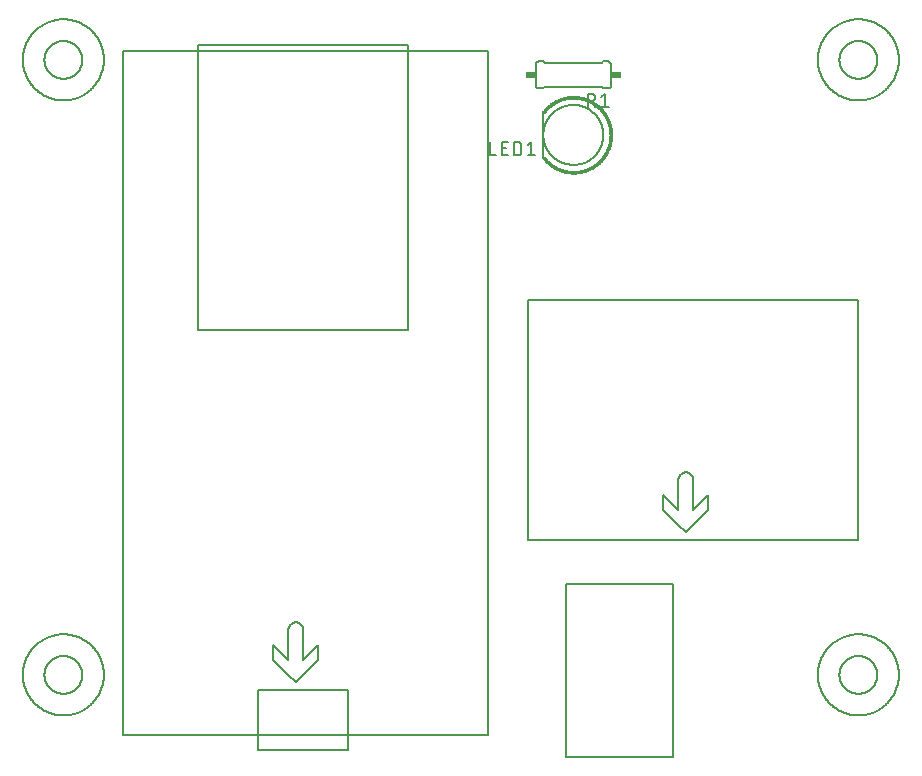
<source format=gbr>
G04 EAGLE Gerber RS-274X export*
G75*
%MOMM*%
%FSLAX34Y34*%
%LPD*%
%INSilkscreen Top*%
%IPPOS*%
%AMOC8*
5,1,8,0,0,1.08239X$1,22.5*%
G01*
%ADD10C,0.152400*%
%ADD11C,0.127000*%
%ADD12C,0.203200*%
%ADD13C,0.025400*%
%ADD14R,0.863600X0.609600*%


D10*
X241300Y88900D02*
X241300Y63500D01*
X254000Y63500D02*
X254000Y88900D01*
X253998Y89058D01*
X253992Y89217D01*
X253982Y89375D01*
X253968Y89532D01*
X253951Y89690D01*
X253929Y89846D01*
X253904Y90003D01*
X253874Y90158D01*
X253841Y90313D01*
X253804Y90467D01*
X253763Y90620D01*
X253718Y90772D01*
X253669Y90922D01*
X253617Y91072D01*
X253561Y91220D01*
X253501Y91367D01*
X253438Y91512D01*
X253371Y91655D01*
X253301Y91797D01*
X253227Y91937D01*
X253149Y92075D01*
X253068Y92211D01*
X252984Y92345D01*
X252897Y92477D01*
X252806Y92607D01*
X252712Y92734D01*
X252615Y92859D01*
X252514Y92982D01*
X252411Y93102D01*
X252305Y93219D01*
X252196Y93334D01*
X252084Y93446D01*
X251969Y93555D01*
X251852Y93661D01*
X251732Y93764D01*
X251609Y93865D01*
X251484Y93962D01*
X251357Y94056D01*
X251227Y94147D01*
X251095Y94234D01*
X250961Y94318D01*
X250825Y94399D01*
X250687Y94477D01*
X250547Y94551D01*
X250405Y94621D01*
X250262Y94688D01*
X250117Y94751D01*
X249970Y94811D01*
X249822Y94867D01*
X249672Y94919D01*
X249522Y94968D01*
X249370Y95013D01*
X249217Y95054D01*
X249063Y95091D01*
X248908Y95124D01*
X248753Y95154D01*
X248596Y95179D01*
X248440Y95201D01*
X248282Y95218D01*
X248125Y95232D01*
X247967Y95242D01*
X247808Y95248D01*
X247650Y95250D01*
X247492Y95248D01*
X247333Y95242D01*
X247175Y95232D01*
X247018Y95218D01*
X246860Y95201D01*
X246704Y95179D01*
X246547Y95154D01*
X246392Y95124D01*
X246237Y95091D01*
X246083Y95054D01*
X245930Y95013D01*
X245778Y94968D01*
X245628Y94919D01*
X245478Y94867D01*
X245330Y94811D01*
X245183Y94751D01*
X245038Y94688D01*
X244895Y94621D01*
X244753Y94551D01*
X244613Y94477D01*
X244475Y94399D01*
X244339Y94318D01*
X244205Y94234D01*
X244073Y94147D01*
X243943Y94056D01*
X243816Y93962D01*
X243691Y93865D01*
X243568Y93764D01*
X243448Y93661D01*
X243331Y93555D01*
X243216Y93446D01*
X243104Y93334D01*
X242995Y93219D01*
X242889Y93102D01*
X242786Y92982D01*
X242685Y92859D01*
X242588Y92734D01*
X242494Y92607D01*
X242403Y92477D01*
X242316Y92345D01*
X242232Y92211D01*
X242151Y92075D01*
X242073Y91937D01*
X241999Y91797D01*
X241929Y91655D01*
X241862Y91512D01*
X241799Y91367D01*
X241739Y91220D01*
X241683Y91072D01*
X241631Y90922D01*
X241582Y90772D01*
X241537Y90620D01*
X241496Y90467D01*
X241459Y90313D01*
X241426Y90158D01*
X241396Y90003D01*
X241371Y89846D01*
X241349Y89690D01*
X241332Y89532D01*
X241318Y89375D01*
X241308Y89217D01*
X241302Y89058D01*
X241300Y88900D01*
X228600Y76200D02*
X241300Y63500D01*
X228600Y63500D02*
X228600Y76200D01*
X254000Y63500D02*
X266700Y76200D01*
X266700Y63500D01*
X254000Y50800D01*
X241300Y50800D02*
X228600Y63500D01*
X241300Y50800D02*
X247650Y44450D01*
X254000Y50800D01*
X571500Y190500D02*
X571500Y215900D01*
X584200Y215900D02*
X584200Y190500D01*
X584200Y215900D02*
X584198Y216058D01*
X584192Y216217D01*
X584182Y216375D01*
X584168Y216532D01*
X584151Y216690D01*
X584129Y216846D01*
X584104Y217003D01*
X584074Y217158D01*
X584041Y217313D01*
X584004Y217467D01*
X583963Y217620D01*
X583918Y217772D01*
X583869Y217922D01*
X583817Y218072D01*
X583761Y218220D01*
X583701Y218367D01*
X583638Y218512D01*
X583571Y218655D01*
X583501Y218797D01*
X583427Y218937D01*
X583349Y219075D01*
X583268Y219211D01*
X583184Y219345D01*
X583097Y219477D01*
X583006Y219607D01*
X582912Y219734D01*
X582815Y219859D01*
X582714Y219982D01*
X582611Y220102D01*
X582505Y220219D01*
X582396Y220334D01*
X582284Y220446D01*
X582169Y220555D01*
X582052Y220661D01*
X581932Y220764D01*
X581809Y220865D01*
X581684Y220962D01*
X581557Y221056D01*
X581427Y221147D01*
X581295Y221234D01*
X581161Y221318D01*
X581025Y221399D01*
X580887Y221477D01*
X580747Y221551D01*
X580605Y221621D01*
X580462Y221688D01*
X580317Y221751D01*
X580170Y221811D01*
X580022Y221867D01*
X579872Y221919D01*
X579722Y221968D01*
X579570Y222013D01*
X579417Y222054D01*
X579263Y222091D01*
X579108Y222124D01*
X578953Y222154D01*
X578796Y222179D01*
X578640Y222201D01*
X578482Y222218D01*
X578325Y222232D01*
X578167Y222242D01*
X578008Y222248D01*
X577850Y222250D01*
X577692Y222248D01*
X577533Y222242D01*
X577375Y222232D01*
X577218Y222218D01*
X577060Y222201D01*
X576904Y222179D01*
X576747Y222154D01*
X576592Y222124D01*
X576437Y222091D01*
X576283Y222054D01*
X576130Y222013D01*
X575978Y221968D01*
X575828Y221919D01*
X575678Y221867D01*
X575530Y221811D01*
X575383Y221751D01*
X575238Y221688D01*
X575095Y221621D01*
X574953Y221551D01*
X574813Y221477D01*
X574675Y221399D01*
X574539Y221318D01*
X574405Y221234D01*
X574273Y221147D01*
X574143Y221056D01*
X574016Y220962D01*
X573891Y220865D01*
X573768Y220764D01*
X573648Y220661D01*
X573531Y220555D01*
X573416Y220446D01*
X573304Y220334D01*
X573195Y220219D01*
X573089Y220102D01*
X572986Y219982D01*
X572885Y219859D01*
X572788Y219734D01*
X572694Y219607D01*
X572603Y219477D01*
X572516Y219345D01*
X572432Y219211D01*
X572351Y219075D01*
X572273Y218937D01*
X572199Y218797D01*
X572129Y218655D01*
X572062Y218512D01*
X571999Y218367D01*
X571939Y218220D01*
X571883Y218072D01*
X571831Y217922D01*
X571782Y217772D01*
X571737Y217620D01*
X571696Y217467D01*
X571659Y217313D01*
X571626Y217158D01*
X571596Y217003D01*
X571571Y216846D01*
X571549Y216690D01*
X571532Y216532D01*
X571518Y216375D01*
X571508Y216217D01*
X571502Y216058D01*
X571500Y215900D01*
X558800Y203200D02*
X571500Y190500D01*
X558800Y190500D02*
X558800Y203200D01*
X584200Y190500D02*
X596900Y203200D01*
X596900Y190500D01*
X584200Y177800D01*
X571500Y177800D02*
X558800Y190500D01*
X571500Y177800D02*
X577850Y171450D01*
X584200Y177800D01*
D11*
X101600Y0D02*
X101600Y578612D01*
X410464Y578612D01*
X410464Y0D01*
X101600Y0D01*
X215900Y-12700D02*
X292100Y-12700D01*
X292100Y38100D01*
X215900Y38100D01*
X215900Y-12700D01*
X165100Y342900D02*
X165100Y584200D01*
X165100Y342900D02*
X342900Y342900D01*
X342900Y584200D01*
X165100Y584200D01*
X723900Y368300D02*
X723900Y165100D01*
X444500Y165100D01*
X444500Y368300D01*
X723900Y368300D01*
X566700Y-18600D02*
X476700Y-18600D01*
X476700Y127400D01*
X566700Y127400D01*
X566700Y-18600D01*
D10*
X16510Y50800D02*
X16520Y51642D01*
X16551Y52483D01*
X16603Y53323D01*
X16675Y54161D01*
X16768Y54997D01*
X16881Y55831D01*
X17015Y56662D01*
X17169Y57490D01*
X17343Y58313D01*
X17538Y59132D01*
X17752Y59946D01*
X17987Y60754D01*
X18241Y61556D01*
X18514Y62352D01*
X18808Y63141D01*
X19120Y63922D01*
X19452Y64696D01*
X19802Y65461D01*
X20171Y66217D01*
X20559Y66964D01*
X20965Y67701D01*
X21388Y68429D01*
X21830Y69145D01*
X22289Y69851D01*
X22765Y70544D01*
X23258Y71227D01*
X23768Y71896D01*
X24293Y72553D01*
X24835Y73197D01*
X25393Y73828D01*
X25966Y74444D01*
X26553Y75047D01*
X27156Y75634D01*
X27772Y76207D01*
X28403Y76765D01*
X29047Y77307D01*
X29704Y77832D01*
X30373Y78342D01*
X31056Y78835D01*
X31749Y79311D01*
X32455Y79770D01*
X33171Y80212D01*
X33899Y80635D01*
X34636Y81041D01*
X35383Y81429D01*
X36139Y81798D01*
X36904Y82148D01*
X37678Y82480D01*
X38459Y82792D01*
X39248Y83086D01*
X40044Y83359D01*
X40846Y83613D01*
X41654Y83848D01*
X42468Y84062D01*
X43287Y84257D01*
X44110Y84431D01*
X44938Y84585D01*
X45769Y84719D01*
X46603Y84832D01*
X47439Y84925D01*
X48277Y84997D01*
X49117Y85049D01*
X49958Y85080D01*
X50800Y85090D01*
X51642Y85080D01*
X52483Y85049D01*
X53323Y84997D01*
X54161Y84925D01*
X54997Y84832D01*
X55831Y84719D01*
X56662Y84585D01*
X57490Y84431D01*
X58313Y84257D01*
X59132Y84062D01*
X59946Y83848D01*
X60754Y83613D01*
X61556Y83359D01*
X62352Y83086D01*
X63141Y82792D01*
X63922Y82480D01*
X64696Y82148D01*
X65461Y81798D01*
X66217Y81429D01*
X66964Y81041D01*
X67701Y80635D01*
X68429Y80212D01*
X69145Y79770D01*
X69851Y79311D01*
X70544Y78835D01*
X71227Y78342D01*
X71896Y77832D01*
X72553Y77307D01*
X73197Y76765D01*
X73828Y76207D01*
X74444Y75634D01*
X75047Y75047D01*
X75634Y74444D01*
X76207Y73828D01*
X76765Y73197D01*
X77307Y72553D01*
X77832Y71896D01*
X78342Y71227D01*
X78835Y70544D01*
X79311Y69851D01*
X79770Y69145D01*
X80212Y68429D01*
X80635Y67701D01*
X81041Y66964D01*
X81429Y66217D01*
X81798Y65461D01*
X82148Y64696D01*
X82480Y63922D01*
X82792Y63141D01*
X83086Y62352D01*
X83359Y61556D01*
X83613Y60754D01*
X83848Y59946D01*
X84062Y59132D01*
X84257Y58313D01*
X84431Y57490D01*
X84585Y56662D01*
X84719Y55831D01*
X84832Y54997D01*
X84925Y54161D01*
X84997Y53323D01*
X85049Y52483D01*
X85080Y51642D01*
X85090Y50800D01*
X85080Y49958D01*
X85049Y49117D01*
X84997Y48277D01*
X84925Y47439D01*
X84832Y46603D01*
X84719Y45769D01*
X84585Y44938D01*
X84431Y44110D01*
X84257Y43287D01*
X84062Y42468D01*
X83848Y41654D01*
X83613Y40846D01*
X83359Y40044D01*
X83086Y39248D01*
X82792Y38459D01*
X82480Y37678D01*
X82148Y36904D01*
X81798Y36139D01*
X81429Y35383D01*
X81041Y34636D01*
X80635Y33899D01*
X80212Y33171D01*
X79770Y32455D01*
X79311Y31749D01*
X78835Y31056D01*
X78342Y30373D01*
X77832Y29704D01*
X77307Y29047D01*
X76765Y28403D01*
X76207Y27772D01*
X75634Y27156D01*
X75047Y26553D01*
X74444Y25966D01*
X73828Y25393D01*
X73197Y24835D01*
X72553Y24293D01*
X71896Y23768D01*
X71227Y23258D01*
X70544Y22765D01*
X69851Y22289D01*
X69145Y21830D01*
X68429Y21388D01*
X67701Y20965D01*
X66964Y20559D01*
X66217Y20171D01*
X65461Y19802D01*
X64696Y19452D01*
X63922Y19120D01*
X63141Y18808D01*
X62352Y18514D01*
X61556Y18241D01*
X60754Y17987D01*
X59946Y17752D01*
X59132Y17538D01*
X58313Y17343D01*
X57490Y17169D01*
X56662Y17015D01*
X55831Y16881D01*
X54997Y16768D01*
X54161Y16675D01*
X53323Y16603D01*
X52483Y16551D01*
X51642Y16520D01*
X50800Y16510D01*
X49958Y16520D01*
X49117Y16551D01*
X48277Y16603D01*
X47439Y16675D01*
X46603Y16768D01*
X45769Y16881D01*
X44938Y17015D01*
X44110Y17169D01*
X43287Y17343D01*
X42468Y17538D01*
X41654Y17752D01*
X40846Y17987D01*
X40044Y18241D01*
X39248Y18514D01*
X38459Y18808D01*
X37678Y19120D01*
X36904Y19452D01*
X36139Y19802D01*
X35383Y20171D01*
X34636Y20559D01*
X33899Y20965D01*
X33171Y21388D01*
X32455Y21830D01*
X31749Y22289D01*
X31056Y22765D01*
X30373Y23258D01*
X29704Y23768D01*
X29047Y24293D01*
X28403Y24835D01*
X27772Y25393D01*
X27156Y25966D01*
X26553Y26553D01*
X25966Y27156D01*
X25393Y27772D01*
X24835Y28403D01*
X24293Y29047D01*
X23768Y29704D01*
X23258Y30373D01*
X22765Y31056D01*
X22289Y31749D01*
X21830Y32455D01*
X21388Y33171D01*
X20965Y33899D01*
X20559Y34636D01*
X20171Y35383D01*
X19802Y36139D01*
X19452Y36904D01*
X19120Y37678D01*
X18808Y38459D01*
X18514Y39248D01*
X18241Y40044D01*
X17987Y40846D01*
X17752Y41654D01*
X17538Y42468D01*
X17343Y43287D01*
X17169Y44110D01*
X17015Y44938D01*
X16881Y45769D01*
X16768Y46603D01*
X16675Y47439D01*
X16603Y48277D01*
X16551Y49117D01*
X16520Y49958D01*
X16510Y50800D01*
D12*
X34800Y50800D02*
X34805Y51193D01*
X34819Y51585D01*
X34843Y51977D01*
X34877Y52368D01*
X34920Y52759D01*
X34973Y53148D01*
X35036Y53535D01*
X35107Y53921D01*
X35189Y54306D01*
X35279Y54688D01*
X35380Y55067D01*
X35489Y55445D01*
X35608Y55819D01*
X35735Y56190D01*
X35872Y56558D01*
X36018Y56923D01*
X36173Y57284D01*
X36336Y57641D01*
X36508Y57994D01*
X36689Y58342D01*
X36879Y58686D01*
X37076Y59026D01*
X37282Y59360D01*
X37496Y59689D01*
X37719Y60013D01*
X37949Y60331D01*
X38186Y60644D01*
X38432Y60950D01*
X38685Y61251D01*
X38945Y61545D01*
X39212Y61833D01*
X39486Y62114D01*
X39767Y62388D01*
X40055Y62655D01*
X40349Y62915D01*
X40650Y63168D01*
X40956Y63414D01*
X41269Y63651D01*
X41587Y63881D01*
X41911Y64104D01*
X42240Y64318D01*
X42574Y64524D01*
X42914Y64721D01*
X43258Y64911D01*
X43606Y65092D01*
X43959Y65264D01*
X44316Y65427D01*
X44677Y65582D01*
X45042Y65728D01*
X45410Y65865D01*
X45781Y65992D01*
X46155Y66111D01*
X46533Y66220D01*
X46912Y66321D01*
X47294Y66411D01*
X47679Y66493D01*
X48065Y66564D01*
X48452Y66627D01*
X48841Y66680D01*
X49232Y66723D01*
X49623Y66757D01*
X50015Y66781D01*
X50407Y66795D01*
X50800Y66800D01*
X51193Y66795D01*
X51585Y66781D01*
X51977Y66757D01*
X52368Y66723D01*
X52759Y66680D01*
X53148Y66627D01*
X53535Y66564D01*
X53921Y66493D01*
X54306Y66411D01*
X54688Y66321D01*
X55067Y66220D01*
X55445Y66111D01*
X55819Y65992D01*
X56190Y65865D01*
X56558Y65728D01*
X56923Y65582D01*
X57284Y65427D01*
X57641Y65264D01*
X57994Y65092D01*
X58342Y64911D01*
X58686Y64721D01*
X59026Y64524D01*
X59360Y64318D01*
X59689Y64104D01*
X60013Y63881D01*
X60331Y63651D01*
X60644Y63414D01*
X60950Y63168D01*
X61251Y62915D01*
X61545Y62655D01*
X61833Y62388D01*
X62114Y62114D01*
X62388Y61833D01*
X62655Y61545D01*
X62915Y61251D01*
X63168Y60950D01*
X63414Y60644D01*
X63651Y60331D01*
X63881Y60013D01*
X64104Y59689D01*
X64318Y59360D01*
X64524Y59026D01*
X64721Y58686D01*
X64911Y58342D01*
X65092Y57994D01*
X65264Y57641D01*
X65427Y57284D01*
X65582Y56923D01*
X65728Y56558D01*
X65865Y56190D01*
X65992Y55819D01*
X66111Y55445D01*
X66220Y55067D01*
X66321Y54688D01*
X66411Y54306D01*
X66493Y53921D01*
X66564Y53535D01*
X66627Y53148D01*
X66680Y52759D01*
X66723Y52368D01*
X66757Y51977D01*
X66781Y51585D01*
X66795Y51193D01*
X66800Y50800D01*
X66795Y50407D01*
X66781Y50015D01*
X66757Y49623D01*
X66723Y49232D01*
X66680Y48841D01*
X66627Y48452D01*
X66564Y48065D01*
X66493Y47679D01*
X66411Y47294D01*
X66321Y46912D01*
X66220Y46533D01*
X66111Y46155D01*
X65992Y45781D01*
X65865Y45410D01*
X65728Y45042D01*
X65582Y44677D01*
X65427Y44316D01*
X65264Y43959D01*
X65092Y43606D01*
X64911Y43258D01*
X64721Y42914D01*
X64524Y42574D01*
X64318Y42240D01*
X64104Y41911D01*
X63881Y41587D01*
X63651Y41269D01*
X63414Y40956D01*
X63168Y40650D01*
X62915Y40349D01*
X62655Y40055D01*
X62388Y39767D01*
X62114Y39486D01*
X61833Y39212D01*
X61545Y38945D01*
X61251Y38685D01*
X60950Y38432D01*
X60644Y38186D01*
X60331Y37949D01*
X60013Y37719D01*
X59689Y37496D01*
X59360Y37282D01*
X59026Y37076D01*
X58686Y36879D01*
X58342Y36689D01*
X57994Y36508D01*
X57641Y36336D01*
X57284Y36173D01*
X56923Y36018D01*
X56558Y35872D01*
X56190Y35735D01*
X55819Y35608D01*
X55445Y35489D01*
X55067Y35380D01*
X54688Y35279D01*
X54306Y35189D01*
X53921Y35107D01*
X53535Y35036D01*
X53148Y34973D01*
X52759Y34920D01*
X52368Y34877D01*
X51977Y34843D01*
X51585Y34819D01*
X51193Y34805D01*
X50800Y34800D01*
X50407Y34805D01*
X50015Y34819D01*
X49623Y34843D01*
X49232Y34877D01*
X48841Y34920D01*
X48452Y34973D01*
X48065Y35036D01*
X47679Y35107D01*
X47294Y35189D01*
X46912Y35279D01*
X46533Y35380D01*
X46155Y35489D01*
X45781Y35608D01*
X45410Y35735D01*
X45042Y35872D01*
X44677Y36018D01*
X44316Y36173D01*
X43959Y36336D01*
X43606Y36508D01*
X43258Y36689D01*
X42914Y36879D01*
X42574Y37076D01*
X42240Y37282D01*
X41911Y37496D01*
X41587Y37719D01*
X41269Y37949D01*
X40956Y38186D01*
X40650Y38432D01*
X40349Y38685D01*
X40055Y38945D01*
X39767Y39212D01*
X39486Y39486D01*
X39212Y39767D01*
X38945Y40055D01*
X38685Y40349D01*
X38432Y40650D01*
X38186Y40956D01*
X37949Y41269D01*
X37719Y41587D01*
X37496Y41911D01*
X37282Y42240D01*
X37076Y42574D01*
X36879Y42914D01*
X36689Y43258D01*
X36508Y43606D01*
X36336Y43959D01*
X36173Y44316D01*
X36018Y44677D01*
X35872Y45042D01*
X35735Y45410D01*
X35608Y45781D01*
X35489Y46155D01*
X35380Y46533D01*
X35279Y46912D01*
X35189Y47294D01*
X35107Y47679D01*
X35036Y48065D01*
X34973Y48452D01*
X34920Y48841D01*
X34877Y49232D01*
X34843Y49623D01*
X34819Y50015D01*
X34805Y50407D01*
X34800Y50800D01*
D10*
X16510Y571500D02*
X16520Y572342D01*
X16551Y573183D01*
X16603Y574023D01*
X16675Y574861D01*
X16768Y575697D01*
X16881Y576531D01*
X17015Y577362D01*
X17169Y578190D01*
X17343Y579013D01*
X17538Y579832D01*
X17752Y580646D01*
X17987Y581454D01*
X18241Y582256D01*
X18514Y583052D01*
X18808Y583841D01*
X19120Y584622D01*
X19452Y585396D01*
X19802Y586161D01*
X20171Y586917D01*
X20559Y587664D01*
X20965Y588401D01*
X21388Y589129D01*
X21830Y589845D01*
X22289Y590551D01*
X22765Y591244D01*
X23258Y591927D01*
X23768Y592596D01*
X24293Y593253D01*
X24835Y593897D01*
X25393Y594528D01*
X25966Y595144D01*
X26553Y595747D01*
X27156Y596334D01*
X27772Y596907D01*
X28403Y597465D01*
X29047Y598007D01*
X29704Y598532D01*
X30373Y599042D01*
X31056Y599535D01*
X31749Y600011D01*
X32455Y600470D01*
X33171Y600912D01*
X33899Y601335D01*
X34636Y601741D01*
X35383Y602129D01*
X36139Y602498D01*
X36904Y602848D01*
X37678Y603180D01*
X38459Y603492D01*
X39248Y603786D01*
X40044Y604059D01*
X40846Y604313D01*
X41654Y604548D01*
X42468Y604762D01*
X43287Y604957D01*
X44110Y605131D01*
X44938Y605285D01*
X45769Y605419D01*
X46603Y605532D01*
X47439Y605625D01*
X48277Y605697D01*
X49117Y605749D01*
X49958Y605780D01*
X50800Y605790D01*
X51642Y605780D01*
X52483Y605749D01*
X53323Y605697D01*
X54161Y605625D01*
X54997Y605532D01*
X55831Y605419D01*
X56662Y605285D01*
X57490Y605131D01*
X58313Y604957D01*
X59132Y604762D01*
X59946Y604548D01*
X60754Y604313D01*
X61556Y604059D01*
X62352Y603786D01*
X63141Y603492D01*
X63922Y603180D01*
X64696Y602848D01*
X65461Y602498D01*
X66217Y602129D01*
X66964Y601741D01*
X67701Y601335D01*
X68429Y600912D01*
X69145Y600470D01*
X69851Y600011D01*
X70544Y599535D01*
X71227Y599042D01*
X71896Y598532D01*
X72553Y598007D01*
X73197Y597465D01*
X73828Y596907D01*
X74444Y596334D01*
X75047Y595747D01*
X75634Y595144D01*
X76207Y594528D01*
X76765Y593897D01*
X77307Y593253D01*
X77832Y592596D01*
X78342Y591927D01*
X78835Y591244D01*
X79311Y590551D01*
X79770Y589845D01*
X80212Y589129D01*
X80635Y588401D01*
X81041Y587664D01*
X81429Y586917D01*
X81798Y586161D01*
X82148Y585396D01*
X82480Y584622D01*
X82792Y583841D01*
X83086Y583052D01*
X83359Y582256D01*
X83613Y581454D01*
X83848Y580646D01*
X84062Y579832D01*
X84257Y579013D01*
X84431Y578190D01*
X84585Y577362D01*
X84719Y576531D01*
X84832Y575697D01*
X84925Y574861D01*
X84997Y574023D01*
X85049Y573183D01*
X85080Y572342D01*
X85090Y571500D01*
X85080Y570658D01*
X85049Y569817D01*
X84997Y568977D01*
X84925Y568139D01*
X84832Y567303D01*
X84719Y566469D01*
X84585Y565638D01*
X84431Y564810D01*
X84257Y563987D01*
X84062Y563168D01*
X83848Y562354D01*
X83613Y561546D01*
X83359Y560744D01*
X83086Y559948D01*
X82792Y559159D01*
X82480Y558378D01*
X82148Y557604D01*
X81798Y556839D01*
X81429Y556083D01*
X81041Y555336D01*
X80635Y554599D01*
X80212Y553871D01*
X79770Y553155D01*
X79311Y552449D01*
X78835Y551756D01*
X78342Y551073D01*
X77832Y550404D01*
X77307Y549747D01*
X76765Y549103D01*
X76207Y548472D01*
X75634Y547856D01*
X75047Y547253D01*
X74444Y546666D01*
X73828Y546093D01*
X73197Y545535D01*
X72553Y544993D01*
X71896Y544468D01*
X71227Y543958D01*
X70544Y543465D01*
X69851Y542989D01*
X69145Y542530D01*
X68429Y542088D01*
X67701Y541665D01*
X66964Y541259D01*
X66217Y540871D01*
X65461Y540502D01*
X64696Y540152D01*
X63922Y539820D01*
X63141Y539508D01*
X62352Y539214D01*
X61556Y538941D01*
X60754Y538687D01*
X59946Y538452D01*
X59132Y538238D01*
X58313Y538043D01*
X57490Y537869D01*
X56662Y537715D01*
X55831Y537581D01*
X54997Y537468D01*
X54161Y537375D01*
X53323Y537303D01*
X52483Y537251D01*
X51642Y537220D01*
X50800Y537210D01*
X49958Y537220D01*
X49117Y537251D01*
X48277Y537303D01*
X47439Y537375D01*
X46603Y537468D01*
X45769Y537581D01*
X44938Y537715D01*
X44110Y537869D01*
X43287Y538043D01*
X42468Y538238D01*
X41654Y538452D01*
X40846Y538687D01*
X40044Y538941D01*
X39248Y539214D01*
X38459Y539508D01*
X37678Y539820D01*
X36904Y540152D01*
X36139Y540502D01*
X35383Y540871D01*
X34636Y541259D01*
X33899Y541665D01*
X33171Y542088D01*
X32455Y542530D01*
X31749Y542989D01*
X31056Y543465D01*
X30373Y543958D01*
X29704Y544468D01*
X29047Y544993D01*
X28403Y545535D01*
X27772Y546093D01*
X27156Y546666D01*
X26553Y547253D01*
X25966Y547856D01*
X25393Y548472D01*
X24835Y549103D01*
X24293Y549747D01*
X23768Y550404D01*
X23258Y551073D01*
X22765Y551756D01*
X22289Y552449D01*
X21830Y553155D01*
X21388Y553871D01*
X20965Y554599D01*
X20559Y555336D01*
X20171Y556083D01*
X19802Y556839D01*
X19452Y557604D01*
X19120Y558378D01*
X18808Y559159D01*
X18514Y559948D01*
X18241Y560744D01*
X17987Y561546D01*
X17752Y562354D01*
X17538Y563168D01*
X17343Y563987D01*
X17169Y564810D01*
X17015Y565638D01*
X16881Y566469D01*
X16768Y567303D01*
X16675Y568139D01*
X16603Y568977D01*
X16551Y569817D01*
X16520Y570658D01*
X16510Y571500D01*
D12*
X34800Y571500D02*
X34805Y571893D01*
X34819Y572285D01*
X34843Y572677D01*
X34877Y573068D01*
X34920Y573459D01*
X34973Y573848D01*
X35036Y574235D01*
X35107Y574621D01*
X35189Y575006D01*
X35279Y575388D01*
X35380Y575767D01*
X35489Y576145D01*
X35608Y576519D01*
X35735Y576890D01*
X35872Y577258D01*
X36018Y577623D01*
X36173Y577984D01*
X36336Y578341D01*
X36508Y578694D01*
X36689Y579042D01*
X36879Y579386D01*
X37076Y579726D01*
X37282Y580060D01*
X37496Y580389D01*
X37719Y580713D01*
X37949Y581031D01*
X38186Y581344D01*
X38432Y581650D01*
X38685Y581951D01*
X38945Y582245D01*
X39212Y582533D01*
X39486Y582814D01*
X39767Y583088D01*
X40055Y583355D01*
X40349Y583615D01*
X40650Y583868D01*
X40956Y584114D01*
X41269Y584351D01*
X41587Y584581D01*
X41911Y584804D01*
X42240Y585018D01*
X42574Y585224D01*
X42914Y585421D01*
X43258Y585611D01*
X43606Y585792D01*
X43959Y585964D01*
X44316Y586127D01*
X44677Y586282D01*
X45042Y586428D01*
X45410Y586565D01*
X45781Y586692D01*
X46155Y586811D01*
X46533Y586920D01*
X46912Y587021D01*
X47294Y587111D01*
X47679Y587193D01*
X48065Y587264D01*
X48452Y587327D01*
X48841Y587380D01*
X49232Y587423D01*
X49623Y587457D01*
X50015Y587481D01*
X50407Y587495D01*
X50800Y587500D01*
X51193Y587495D01*
X51585Y587481D01*
X51977Y587457D01*
X52368Y587423D01*
X52759Y587380D01*
X53148Y587327D01*
X53535Y587264D01*
X53921Y587193D01*
X54306Y587111D01*
X54688Y587021D01*
X55067Y586920D01*
X55445Y586811D01*
X55819Y586692D01*
X56190Y586565D01*
X56558Y586428D01*
X56923Y586282D01*
X57284Y586127D01*
X57641Y585964D01*
X57994Y585792D01*
X58342Y585611D01*
X58686Y585421D01*
X59026Y585224D01*
X59360Y585018D01*
X59689Y584804D01*
X60013Y584581D01*
X60331Y584351D01*
X60644Y584114D01*
X60950Y583868D01*
X61251Y583615D01*
X61545Y583355D01*
X61833Y583088D01*
X62114Y582814D01*
X62388Y582533D01*
X62655Y582245D01*
X62915Y581951D01*
X63168Y581650D01*
X63414Y581344D01*
X63651Y581031D01*
X63881Y580713D01*
X64104Y580389D01*
X64318Y580060D01*
X64524Y579726D01*
X64721Y579386D01*
X64911Y579042D01*
X65092Y578694D01*
X65264Y578341D01*
X65427Y577984D01*
X65582Y577623D01*
X65728Y577258D01*
X65865Y576890D01*
X65992Y576519D01*
X66111Y576145D01*
X66220Y575767D01*
X66321Y575388D01*
X66411Y575006D01*
X66493Y574621D01*
X66564Y574235D01*
X66627Y573848D01*
X66680Y573459D01*
X66723Y573068D01*
X66757Y572677D01*
X66781Y572285D01*
X66795Y571893D01*
X66800Y571500D01*
X66795Y571107D01*
X66781Y570715D01*
X66757Y570323D01*
X66723Y569932D01*
X66680Y569541D01*
X66627Y569152D01*
X66564Y568765D01*
X66493Y568379D01*
X66411Y567994D01*
X66321Y567612D01*
X66220Y567233D01*
X66111Y566855D01*
X65992Y566481D01*
X65865Y566110D01*
X65728Y565742D01*
X65582Y565377D01*
X65427Y565016D01*
X65264Y564659D01*
X65092Y564306D01*
X64911Y563958D01*
X64721Y563614D01*
X64524Y563274D01*
X64318Y562940D01*
X64104Y562611D01*
X63881Y562287D01*
X63651Y561969D01*
X63414Y561656D01*
X63168Y561350D01*
X62915Y561049D01*
X62655Y560755D01*
X62388Y560467D01*
X62114Y560186D01*
X61833Y559912D01*
X61545Y559645D01*
X61251Y559385D01*
X60950Y559132D01*
X60644Y558886D01*
X60331Y558649D01*
X60013Y558419D01*
X59689Y558196D01*
X59360Y557982D01*
X59026Y557776D01*
X58686Y557579D01*
X58342Y557389D01*
X57994Y557208D01*
X57641Y557036D01*
X57284Y556873D01*
X56923Y556718D01*
X56558Y556572D01*
X56190Y556435D01*
X55819Y556308D01*
X55445Y556189D01*
X55067Y556080D01*
X54688Y555979D01*
X54306Y555889D01*
X53921Y555807D01*
X53535Y555736D01*
X53148Y555673D01*
X52759Y555620D01*
X52368Y555577D01*
X51977Y555543D01*
X51585Y555519D01*
X51193Y555505D01*
X50800Y555500D01*
X50407Y555505D01*
X50015Y555519D01*
X49623Y555543D01*
X49232Y555577D01*
X48841Y555620D01*
X48452Y555673D01*
X48065Y555736D01*
X47679Y555807D01*
X47294Y555889D01*
X46912Y555979D01*
X46533Y556080D01*
X46155Y556189D01*
X45781Y556308D01*
X45410Y556435D01*
X45042Y556572D01*
X44677Y556718D01*
X44316Y556873D01*
X43959Y557036D01*
X43606Y557208D01*
X43258Y557389D01*
X42914Y557579D01*
X42574Y557776D01*
X42240Y557982D01*
X41911Y558196D01*
X41587Y558419D01*
X41269Y558649D01*
X40956Y558886D01*
X40650Y559132D01*
X40349Y559385D01*
X40055Y559645D01*
X39767Y559912D01*
X39486Y560186D01*
X39212Y560467D01*
X38945Y560755D01*
X38685Y561049D01*
X38432Y561350D01*
X38186Y561656D01*
X37949Y561969D01*
X37719Y562287D01*
X37496Y562611D01*
X37282Y562940D01*
X37076Y563274D01*
X36879Y563614D01*
X36689Y563958D01*
X36508Y564306D01*
X36336Y564659D01*
X36173Y565016D01*
X36018Y565377D01*
X35872Y565742D01*
X35735Y566110D01*
X35608Y566481D01*
X35489Y566855D01*
X35380Y567233D01*
X35279Y567612D01*
X35189Y567994D01*
X35107Y568379D01*
X35036Y568765D01*
X34973Y569152D01*
X34920Y569541D01*
X34877Y569932D01*
X34843Y570323D01*
X34819Y570715D01*
X34805Y571107D01*
X34800Y571500D01*
D10*
X689610Y571500D02*
X689620Y572342D01*
X689651Y573183D01*
X689703Y574023D01*
X689775Y574861D01*
X689868Y575697D01*
X689981Y576531D01*
X690115Y577362D01*
X690269Y578190D01*
X690443Y579013D01*
X690638Y579832D01*
X690852Y580646D01*
X691087Y581454D01*
X691341Y582256D01*
X691614Y583052D01*
X691908Y583841D01*
X692220Y584622D01*
X692552Y585396D01*
X692902Y586161D01*
X693271Y586917D01*
X693659Y587664D01*
X694065Y588401D01*
X694488Y589129D01*
X694930Y589845D01*
X695389Y590551D01*
X695865Y591244D01*
X696358Y591927D01*
X696868Y592596D01*
X697393Y593253D01*
X697935Y593897D01*
X698493Y594528D01*
X699066Y595144D01*
X699653Y595747D01*
X700256Y596334D01*
X700872Y596907D01*
X701503Y597465D01*
X702147Y598007D01*
X702804Y598532D01*
X703473Y599042D01*
X704156Y599535D01*
X704849Y600011D01*
X705555Y600470D01*
X706271Y600912D01*
X706999Y601335D01*
X707736Y601741D01*
X708483Y602129D01*
X709239Y602498D01*
X710004Y602848D01*
X710778Y603180D01*
X711559Y603492D01*
X712348Y603786D01*
X713144Y604059D01*
X713946Y604313D01*
X714754Y604548D01*
X715568Y604762D01*
X716387Y604957D01*
X717210Y605131D01*
X718038Y605285D01*
X718869Y605419D01*
X719703Y605532D01*
X720539Y605625D01*
X721377Y605697D01*
X722217Y605749D01*
X723058Y605780D01*
X723900Y605790D01*
X724742Y605780D01*
X725583Y605749D01*
X726423Y605697D01*
X727261Y605625D01*
X728097Y605532D01*
X728931Y605419D01*
X729762Y605285D01*
X730590Y605131D01*
X731413Y604957D01*
X732232Y604762D01*
X733046Y604548D01*
X733854Y604313D01*
X734656Y604059D01*
X735452Y603786D01*
X736241Y603492D01*
X737022Y603180D01*
X737796Y602848D01*
X738561Y602498D01*
X739317Y602129D01*
X740064Y601741D01*
X740801Y601335D01*
X741529Y600912D01*
X742245Y600470D01*
X742951Y600011D01*
X743644Y599535D01*
X744327Y599042D01*
X744996Y598532D01*
X745653Y598007D01*
X746297Y597465D01*
X746928Y596907D01*
X747544Y596334D01*
X748147Y595747D01*
X748734Y595144D01*
X749307Y594528D01*
X749865Y593897D01*
X750407Y593253D01*
X750932Y592596D01*
X751442Y591927D01*
X751935Y591244D01*
X752411Y590551D01*
X752870Y589845D01*
X753312Y589129D01*
X753735Y588401D01*
X754141Y587664D01*
X754529Y586917D01*
X754898Y586161D01*
X755248Y585396D01*
X755580Y584622D01*
X755892Y583841D01*
X756186Y583052D01*
X756459Y582256D01*
X756713Y581454D01*
X756948Y580646D01*
X757162Y579832D01*
X757357Y579013D01*
X757531Y578190D01*
X757685Y577362D01*
X757819Y576531D01*
X757932Y575697D01*
X758025Y574861D01*
X758097Y574023D01*
X758149Y573183D01*
X758180Y572342D01*
X758190Y571500D01*
X758180Y570658D01*
X758149Y569817D01*
X758097Y568977D01*
X758025Y568139D01*
X757932Y567303D01*
X757819Y566469D01*
X757685Y565638D01*
X757531Y564810D01*
X757357Y563987D01*
X757162Y563168D01*
X756948Y562354D01*
X756713Y561546D01*
X756459Y560744D01*
X756186Y559948D01*
X755892Y559159D01*
X755580Y558378D01*
X755248Y557604D01*
X754898Y556839D01*
X754529Y556083D01*
X754141Y555336D01*
X753735Y554599D01*
X753312Y553871D01*
X752870Y553155D01*
X752411Y552449D01*
X751935Y551756D01*
X751442Y551073D01*
X750932Y550404D01*
X750407Y549747D01*
X749865Y549103D01*
X749307Y548472D01*
X748734Y547856D01*
X748147Y547253D01*
X747544Y546666D01*
X746928Y546093D01*
X746297Y545535D01*
X745653Y544993D01*
X744996Y544468D01*
X744327Y543958D01*
X743644Y543465D01*
X742951Y542989D01*
X742245Y542530D01*
X741529Y542088D01*
X740801Y541665D01*
X740064Y541259D01*
X739317Y540871D01*
X738561Y540502D01*
X737796Y540152D01*
X737022Y539820D01*
X736241Y539508D01*
X735452Y539214D01*
X734656Y538941D01*
X733854Y538687D01*
X733046Y538452D01*
X732232Y538238D01*
X731413Y538043D01*
X730590Y537869D01*
X729762Y537715D01*
X728931Y537581D01*
X728097Y537468D01*
X727261Y537375D01*
X726423Y537303D01*
X725583Y537251D01*
X724742Y537220D01*
X723900Y537210D01*
X723058Y537220D01*
X722217Y537251D01*
X721377Y537303D01*
X720539Y537375D01*
X719703Y537468D01*
X718869Y537581D01*
X718038Y537715D01*
X717210Y537869D01*
X716387Y538043D01*
X715568Y538238D01*
X714754Y538452D01*
X713946Y538687D01*
X713144Y538941D01*
X712348Y539214D01*
X711559Y539508D01*
X710778Y539820D01*
X710004Y540152D01*
X709239Y540502D01*
X708483Y540871D01*
X707736Y541259D01*
X706999Y541665D01*
X706271Y542088D01*
X705555Y542530D01*
X704849Y542989D01*
X704156Y543465D01*
X703473Y543958D01*
X702804Y544468D01*
X702147Y544993D01*
X701503Y545535D01*
X700872Y546093D01*
X700256Y546666D01*
X699653Y547253D01*
X699066Y547856D01*
X698493Y548472D01*
X697935Y549103D01*
X697393Y549747D01*
X696868Y550404D01*
X696358Y551073D01*
X695865Y551756D01*
X695389Y552449D01*
X694930Y553155D01*
X694488Y553871D01*
X694065Y554599D01*
X693659Y555336D01*
X693271Y556083D01*
X692902Y556839D01*
X692552Y557604D01*
X692220Y558378D01*
X691908Y559159D01*
X691614Y559948D01*
X691341Y560744D01*
X691087Y561546D01*
X690852Y562354D01*
X690638Y563168D01*
X690443Y563987D01*
X690269Y564810D01*
X690115Y565638D01*
X689981Y566469D01*
X689868Y567303D01*
X689775Y568139D01*
X689703Y568977D01*
X689651Y569817D01*
X689620Y570658D01*
X689610Y571500D01*
D12*
X707900Y571500D02*
X707905Y571893D01*
X707919Y572285D01*
X707943Y572677D01*
X707977Y573068D01*
X708020Y573459D01*
X708073Y573848D01*
X708136Y574235D01*
X708207Y574621D01*
X708289Y575006D01*
X708379Y575388D01*
X708480Y575767D01*
X708589Y576145D01*
X708708Y576519D01*
X708835Y576890D01*
X708972Y577258D01*
X709118Y577623D01*
X709273Y577984D01*
X709436Y578341D01*
X709608Y578694D01*
X709789Y579042D01*
X709979Y579386D01*
X710176Y579726D01*
X710382Y580060D01*
X710596Y580389D01*
X710819Y580713D01*
X711049Y581031D01*
X711286Y581344D01*
X711532Y581650D01*
X711785Y581951D01*
X712045Y582245D01*
X712312Y582533D01*
X712586Y582814D01*
X712867Y583088D01*
X713155Y583355D01*
X713449Y583615D01*
X713750Y583868D01*
X714056Y584114D01*
X714369Y584351D01*
X714687Y584581D01*
X715011Y584804D01*
X715340Y585018D01*
X715674Y585224D01*
X716014Y585421D01*
X716358Y585611D01*
X716706Y585792D01*
X717059Y585964D01*
X717416Y586127D01*
X717777Y586282D01*
X718142Y586428D01*
X718510Y586565D01*
X718881Y586692D01*
X719255Y586811D01*
X719633Y586920D01*
X720012Y587021D01*
X720394Y587111D01*
X720779Y587193D01*
X721165Y587264D01*
X721552Y587327D01*
X721941Y587380D01*
X722332Y587423D01*
X722723Y587457D01*
X723115Y587481D01*
X723507Y587495D01*
X723900Y587500D01*
X724293Y587495D01*
X724685Y587481D01*
X725077Y587457D01*
X725468Y587423D01*
X725859Y587380D01*
X726248Y587327D01*
X726635Y587264D01*
X727021Y587193D01*
X727406Y587111D01*
X727788Y587021D01*
X728167Y586920D01*
X728545Y586811D01*
X728919Y586692D01*
X729290Y586565D01*
X729658Y586428D01*
X730023Y586282D01*
X730384Y586127D01*
X730741Y585964D01*
X731094Y585792D01*
X731442Y585611D01*
X731786Y585421D01*
X732126Y585224D01*
X732460Y585018D01*
X732789Y584804D01*
X733113Y584581D01*
X733431Y584351D01*
X733744Y584114D01*
X734050Y583868D01*
X734351Y583615D01*
X734645Y583355D01*
X734933Y583088D01*
X735214Y582814D01*
X735488Y582533D01*
X735755Y582245D01*
X736015Y581951D01*
X736268Y581650D01*
X736514Y581344D01*
X736751Y581031D01*
X736981Y580713D01*
X737204Y580389D01*
X737418Y580060D01*
X737624Y579726D01*
X737821Y579386D01*
X738011Y579042D01*
X738192Y578694D01*
X738364Y578341D01*
X738527Y577984D01*
X738682Y577623D01*
X738828Y577258D01*
X738965Y576890D01*
X739092Y576519D01*
X739211Y576145D01*
X739320Y575767D01*
X739421Y575388D01*
X739511Y575006D01*
X739593Y574621D01*
X739664Y574235D01*
X739727Y573848D01*
X739780Y573459D01*
X739823Y573068D01*
X739857Y572677D01*
X739881Y572285D01*
X739895Y571893D01*
X739900Y571500D01*
X739895Y571107D01*
X739881Y570715D01*
X739857Y570323D01*
X739823Y569932D01*
X739780Y569541D01*
X739727Y569152D01*
X739664Y568765D01*
X739593Y568379D01*
X739511Y567994D01*
X739421Y567612D01*
X739320Y567233D01*
X739211Y566855D01*
X739092Y566481D01*
X738965Y566110D01*
X738828Y565742D01*
X738682Y565377D01*
X738527Y565016D01*
X738364Y564659D01*
X738192Y564306D01*
X738011Y563958D01*
X737821Y563614D01*
X737624Y563274D01*
X737418Y562940D01*
X737204Y562611D01*
X736981Y562287D01*
X736751Y561969D01*
X736514Y561656D01*
X736268Y561350D01*
X736015Y561049D01*
X735755Y560755D01*
X735488Y560467D01*
X735214Y560186D01*
X734933Y559912D01*
X734645Y559645D01*
X734351Y559385D01*
X734050Y559132D01*
X733744Y558886D01*
X733431Y558649D01*
X733113Y558419D01*
X732789Y558196D01*
X732460Y557982D01*
X732126Y557776D01*
X731786Y557579D01*
X731442Y557389D01*
X731094Y557208D01*
X730741Y557036D01*
X730384Y556873D01*
X730023Y556718D01*
X729658Y556572D01*
X729290Y556435D01*
X728919Y556308D01*
X728545Y556189D01*
X728167Y556080D01*
X727788Y555979D01*
X727406Y555889D01*
X727021Y555807D01*
X726635Y555736D01*
X726248Y555673D01*
X725859Y555620D01*
X725468Y555577D01*
X725077Y555543D01*
X724685Y555519D01*
X724293Y555505D01*
X723900Y555500D01*
X723507Y555505D01*
X723115Y555519D01*
X722723Y555543D01*
X722332Y555577D01*
X721941Y555620D01*
X721552Y555673D01*
X721165Y555736D01*
X720779Y555807D01*
X720394Y555889D01*
X720012Y555979D01*
X719633Y556080D01*
X719255Y556189D01*
X718881Y556308D01*
X718510Y556435D01*
X718142Y556572D01*
X717777Y556718D01*
X717416Y556873D01*
X717059Y557036D01*
X716706Y557208D01*
X716358Y557389D01*
X716014Y557579D01*
X715674Y557776D01*
X715340Y557982D01*
X715011Y558196D01*
X714687Y558419D01*
X714369Y558649D01*
X714056Y558886D01*
X713750Y559132D01*
X713449Y559385D01*
X713155Y559645D01*
X712867Y559912D01*
X712586Y560186D01*
X712312Y560467D01*
X712045Y560755D01*
X711785Y561049D01*
X711532Y561350D01*
X711286Y561656D01*
X711049Y561969D01*
X710819Y562287D01*
X710596Y562611D01*
X710382Y562940D01*
X710176Y563274D01*
X709979Y563614D01*
X709789Y563958D01*
X709608Y564306D01*
X709436Y564659D01*
X709273Y565016D01*
X709118Y565377D01*
X708972Y565742D01*
X708835Y566110D01*
X708708Y566481D01*
X708589Y566855D01*
X708480Y567233D01*
X708379Y567612D01*
X708289Y567994D01*
X708207Y568379D01*
X708136Y568765D01*
X708073Y569152D01*
X708020Y569541D01*
X707977Y569932D01*
X707943Y570323D01*
X707919Y570715D01*
X707905Y571107D01*
X707900Y571500D01*
D10*
X689610Y50800D02*
X689620Y51642D01*
X689651Y52483D01*
X689703Y53323D01*
X689775Y54161D01*
X689868Y54997D01*
X689981Y55831D01*
X690115Y56662D01*
X690269Y57490D01*
X690443Y58313D01*
X690638Y59132D01*
X690852Y59946D01*
X691087Y60754D01*
X691341Y61556D01*
X691614Y62352D01*
X691908Y63141D01*
X692220Y63922D01*
X692552Y64696D01*
X692902Y65461D01*
X693271Y66217D01*
X693659Y66964D01*
X694065Y67701D01*
X694488Y68429D01*
X694930Y69145D01*
X695389Y69851D01*
X695865Y70544D01*
X696358Y71227D01*
X696868Y71896D01*
X697393Y72553D01*
X697935Y73197D01*
X698493Y73828D01*
X699066Y74444D01*
X699653Y75047D01*
X700256Y75634D01*
X700872Y76207D01*
X701503Y76765D01*
X702147Y77307D01*
X702804Y77832D01*
X703473Y78342D01*
X704156Y78835D01*
X704849Y79311D01*
X705555Y79770D01*
X706271Y80212D01*
X706999Y80635D01*
X707736Y81041D01*
X708483Y81429D01*
X709239Y81798D01*
X710004Y82148D01*
X710778Y82480D01*
X711559Y82792D01*
X712348Y83086D01*
X713144Y83359D01*
X713946Y83613D01*
X714754Y83848D01*
X715568Y84062D01*
X716387Y84257D01*
X717210Y84431D01*
X718038Y84585D01*
X718869Y84719D01*
X719703Y84832D01*
X720539Y84925D01*
X721377Y84997D01*
X722217Y85049D01*
X723058Y85080D01*
X723900Y85090D01*
X724742Y85080D01*
X725583Y85049D01*
X726423Y84997D01*
X727261Y84925D01*
X728097Y84832D01*
X728931Y84719D01*
X729762Y84585D01*
X730590Y84431D01*
X731413Y84257D01*
X732232Y84062D01*
X733046Y83848D01*
X733854Y83613D01*
X734656Y83359D01*
X735452Y83086D01*
X736241Y82792D01*
X737022Y82480D01*
X737796Y82148D01*
X738561Y81798D01*
X739317Y81429D01*
X740064Y81041D01*
X740801Y80635D01*
X741529Y80212D01*
X742245Y79770D01*
X742951Y79311D01*
X743644Y78835D01*
X744327Y78342D01*
X744996Y77832D01*
X745653Y77307D01*
X746297Y76765D01*
X746928Y76207D01*
X747544Y75634D01*
X748147Y75047D01*
X748734Y74444D01*
X749307Y73828D01*
X749865Y73197D01*
X750407Y72553D01*
X750932Y71896D01*
X751442Y71227D01*
X751935Y70544D01*
X752411Y69851D01*
X752870Y69145D01*
X753312Y68429D01*
X753735Y67701D01*
X754141Y66964D01*
X754529Y66217D01*
X754898Y65461D01*
X755248Y64696D01*
X755580Y63922D01*
X755892Y63141D01*
X756186Y62352D01*
X756459Y61556D01*
X756713Y60754D01*
X756948Y59946D01*
X757162Y59132D01*
X757357Y58313D01*
X757531Y57490D01*
X757685Y56662D01*
X757819Y55831D01*
X757932Y54997D01*
X758025Y54161D01*
X758097Y53323D01*
X758149Y52483D01*
X758180Y51642D01*
X758190Y50800D01*
X758180Y49958D01*
X758149Y49117D01*
X758097Y48277D01*
X758025Y47439D01*
X757932Y46603D01*
X757819Y45769D01*
X757685Y44938D01*
X757531Y44110D01*
X757357Y43287D01*
X757162Y42468D01*
X756948Y41654D01*
X756713Y40846D01*
X756459Y40044D01*
X756186Y39248D01*
X755892Y38459D01*
X755580Y37678D01*
X755248Y36904D01*
X754898Y36139D01*
X754529Y35383D01*
X754141Y34636D01*
X753735Y33899D01*
X753312Y33171D01*
X752870Y32455D01*
X752411Y31749D01*
X751935Y31056D01*
X751442Y30373D01*
X750932Y29704D01*
X750407Y29047D01*
X749865Y28403D01*
X749307Y27772D01*
X748734Y27156D01*
X748147Y26553D01*
X747544Y25966D01*
X746928Y25393D01*
X746297Y24835D01*
X745653Y24293D01*
X744996Y23768D01*
X744327Y23258D01*
X743644Y22765D01*
X742951Y22289D01*
X742245Y21830D01*
X741529Y21388D01*
X740801Y20965D01*
X740064Y20559D01*
X739317Y20171D01*
X738561Y19802D01*
X737796Y19452D01*
X737022Y19120D01*
X736241Y18808D01*
X735452Y18514D01*
X734656Y18241D01*
X733854Y17987D01*
X733046Y17752D01*
X732232Y17538D01*
X731413Y17343D01*
X730590Y17169D01*
X729762Y17015D01*
X728931Y16881D01*
X728097Y16768D01*
X727261Y16675D01*
X726423Y16603D01*
X725583Y16551D01*
X724742Y16520D01*
X723900Y16510D01*
X723058Y16520D01*
X722217Y16551D01*
X721377Y16603D01*
X720539Y16675D01*
X719703Y16768D01*
X718869Y16881D01*
X718038Y17015D01*
X717210Y17169D01*
X716387Y17343D01*
X715568Y17538D01*
X714754Y17752D01*
X713946Y17987D01*
X713144Y18241D01*
X712348Y18514D01*
X711559Y18808D01*
X710778Y19120D01*
X710004Y19452D01*
X709239Y19802D01*
X708483Y20171D01*
X707736Y20559D01*
X706999Y20965D01*
X706271Y21388D01*
X705555Y21830D01*
X704849Y22289D01*
X704156Y22765D01*
X703473Y23258D01*
X702804Y23768D01*
X702147Y24293D01*
X701503Y24835D01*
X700872Y25393D01*
X700256Y25966D01*
X699653Y26553D01*
X699066Y27156D01*
X698493Y27772D01*
X697935Y28403D01*
X697393Y29047D01*
X696868Y29704D01*
X696358Y30373D01*
X695865Y31056D01*
X695389Y31749D01*
X694930Y32455D01*
X694488Y33171D01*
X694065Y33899D01*
X693659Y34636D01*
X693271Y35383D01*
X692902Y36139D01*
X692552Y36904D01*
X692220Y37678D01*
X691908Y38459D01*
X691614Y39248D01*
X691341Y40044D01*
X691087Y40846D01*
X690852Y41654D01*
X690638Y42468D01*
X690443Y43287D01*
X690269Y44110D01*
X690115Y44938D01*
X689981Y45769D01*
X689868Y46603D01*
X689775Y47439D01*
X689703Y48277D01*
X689651Y49117D01*
X689620Y49958D01*
X689610Y50800D01*
D12*
X707900Y50800D02*
X707905Y51193D01*
X707919Y51585D01*
X707943Y51977D01*
X707977Y52368D01*
X708020Y52759D01*
X708073Y53148D01*
X708136Y53535D01*
X708207Y53921D01*
X708289Y54306D01*
X708379Y54688D01*
X708480Y55067D01*
X708589Y55445D01*
X708708Y55819D01*
X708835Y56190D01*
X708972Y56558D01*
X709118Y56923D01*
X709273Y57284D01*
X709436Y57641D01*
X709608Y57994D01*
X709789Y58342D01*
X709979Y58686D01*
X710176Y59026D01*
X710382Y59360D01*
X710596Y59689D01*
X710819Y60013D01*
X711049Y60331D01*
X711286Y60644D01*
X711532Y60950D01*
X711785Y61251D01*
X712045Y61545D01*
X712312Y61833D01*
X712586Y62114D01*
X712867Y62388D01*
X713155Y62655D01*
X713449Y62915D01*
X713750Y63168D01*
X714056Y63414D01*
X714369Y63651D01*
X714687Y63881D01*
X715011Y64104D01*
X715340Y64318D01*
X715674Y64524D01*
X716014Y64721D01*
X716358Y64911D01*
X716706Y65092D01*
X717059Y65264D01*
X717416Y65427D01*
X717777Y65582D01*
X718142Y65728D01*
X718510Y65865D01*
X718881Y65992D01*
X719255Y66111D01*
X719633Y66220D01*
X720012Y66321D01*
X720394Y66411D01*
X720779Y66493D01*
X721165Y66564D01*
X721552Y66627D01*
X721941Y66680D01*
X722332Y66723D01*
X722723Y66757D01*
X723115Y66781D01*
X723507Y66795D01*
X723900Y66800D01*
X724293Y66795D01*
X724685Y66781D01*
X725077Y66757D01*
X725468Y66723D01*
X725859Y66680D01*
X726248Y66627D01*
X726635Y66564D01*
X727021Y66493D01*
X727406Y66411D01*
X727788Y66321D01*
X728167Y66220D01*
X728545Y66111D01*
X728919Y65992D01*
X729290Y65865D01*
X729658Y65728D01*
X730023Y65582D01*
X730384Y65427D01*
X730741Y65264D01*
X731094Y65092D01*
X731442Y64911D01*
X731786Y64721D01*
X732126Y64524D01*
X732460Y64318D01*
X732789Y64104D01*
X733113Y63881D01*
X733431Y63651D01*
X733744Y63414D01*
X734050Y63168D01*
X734351Y62915D01*
X734645Y62655D01*
X734933Y62388D01*
X735214Y62114D01*
X735488Y61833D01*
X735755Y61545D01*
X736015Y61251D01*
X736268Y60950D01*
X736514Y60644D01*
X736751Y60331D01*
X736981Y60013D01*
X737204Y59689D01*
X737418Y59360D01*
X737624Y59026D01*
X737821Y58686D01*
X738011Y58342D01*
X738192Y57994D01*
X738364Y57641D01*
X738527Y57284D01*
X738682Y56923D01*
X738828Y56558D01*
X738965Y56190D01*
X739092Y55819D01*
X739211Y55445D01*
X739320Y55067D01*
X739421Y54688D01*
X739511Y54306D01*
X739593Y53921D01*
X739664Y53535D01*
X739727Y53148D01*
X739780Y52759D01*
X739823Y52368D01*
X739857Y51977D01*
X739881Y51585D01*
X739895Y51193D01*
X739900Y50800D01*
X739895Y50407D01*
X739881Y50015D01*
X739857Y49623D01*
X739823Y49232D01*
X739780Y48841D01*
X739727Y48452D01*
X739664Y48065D01*
X739593Y47679D01*
X739511Y47294D01*
X739421Y46912D01*
X739320Y46533D01*
X739211Y46155D01*
X739092Y45781D01*
X738965Y45410D01*
X738828Y45042D01*
X738682Y44677D01*
X738527Y44316D01*
X738364Y43959D01*
X738192Y43606D01*
X738011Y43258D01*
X737821Y42914D01*
X737624Y42574D01*
X737418Y42240D01*
X737204Y41911D01*
X736981Y41587D01*
X736751Y41269D01*
X736514Y40956D01*
X736268Y40650D01*
X736015Y40349D01*
X735755Y40055D01*
X735488Y39767D01*
X735214Y39486D01*
X734933Y39212D01*
X734645Y38945D01*
X734351Y38685D01*
X734050Y38432D01*
X733744Y38186D01*
X733431Y37949D01*
X733113Y37719D01*
X732789Y37496D01*
X732460Y37282D01*
X732126Y37076D01*
X731786Y36879D01*
X731442Y36689D01*
X731094Y36508D01*
X730741Y36336D01*
X730384Y36173D01*
X730023Y36018D01*
X729658Y35872D01*
X729290Y35735D01*
X728919Y35608D01*
X728545Y35489D01*
X728167Y35380D01*
X727788Y35279D01*
X727406Y35189D01*
X727021Y35107D01*
X726635Y35036D01*
X726248Y34973D01*
X725859Y34920D01*
X725468Y34877D01*
X725077Y34843D01*
X724685Y34819D01*
X724293Y34805D01*
X723900Y34800D01*
X723507Y34805D01*
X723115Y34819D01*
X722723Y34843D01*
X722332Y34877D01*
X721941Y34920D01*
X721552Y34973D01*
X721165Y35036D01*
X720779Y35107D01*
X720394Y35189D01*
X720012Y35279D01*
X719633Y35380D01*
X719255Y35489D01*
X718881Y35608D01*
X718510Y35735D01*
X718142Y35872D01*
X717777Y36018D01*
X717416Y36173D01*
X717059Y36336D01*
X716706Y36508D01*
X716358Y36689D01*
X716014Y36879D01*
X715674Y37076D01*
X715340Y37282D01*
X715011Y37496D01*
X714687Y37719D01*
X714369Y37949D01*
X714056Y38186D01*
X713750Y38432D01*
X713449Y38685D01*
X713155Y38945D01*
X712867Y39212D01*
X712586Y39486D01*
X712312Y39767D01*
X712045Y40055D01*
X711785Y40349D01*
X711532Y40650D01*
X711286Y40956D01*
X711049Y41269D01*
X710819Y41587D01*
X710596Y41911D01*
X710382Y42240D01*
X710176Y42574D01*
X709979Y42914D01*
X709789Y43258D01*
X709608Y43606D01*
X709436Y43959D01*
X709273Y44316D01*
X709118Y44677D01*
X708972Y45042D01*
X708835Y45410D01*
X708708Y45781D01*
X708589Y46155D01*
X708480Y46533D01*
X708379Y46912D01*
X708289Y47294D01*
X708207Y47679D01*
X708136Y48065D01*
X708073Y48452D01*
X708020Y48841D01*
X707977Y49232D01*
X707943Y49623D01*
X707919Y50015D01*
X707905Y50407D01*
X707900Y50800D01*
X457200Y488950D02*
X457200Y527050D01*
D13*
X456362Y488163D02*
X458191Y489535D01*
X458191Y489534D02*
X458650Y488943D01*
X459123Y488363D01*
X459610Y487795D01*
X460111Y487239D01*
X460625Y486696D01*
X461152Y486165D01*
X461692Y485647D01*
X462245Y485142D01*
X462810Y484652D01*
X463387Y484175D01*
X463975Y483712D01*
X464574Y483264D01*
X465185Y482831D01*
X465805Y482412D01*
X466436Y482010D01*
X467076Y481622D01*
X467725Y481250D01*
X468384Y480895D01*
X469051Y480555D01*
X469726Y480232D01*
X470409Y479926D01*
X471099Y479636D01*
X471795Y479363D01*
X472499Y479108D01*
X473208Y478870D01*
X473923Y478649D01*
X474643Y478445D01*
X475368Y478260D01*
X476097Y478092D01*
X476831Y477942D01*
X477567Y477810D01*
X478307Y477696D01*
X479049Y477600D01*
X479793Y477522D01*
X480539Y477462D01*
X481286Y477421D01*
X482034Y477398D01*
X482783Y477394D01*
X483531Y477407D01*
X484279Y477439D01*
X485025Y477489D01*
X485770Y477558D01*
X486514Y477644D01*
X487255Y477749D01*
X487993Y477872D01*
X488728Y478013D01*
X489459Y478171D01*
X490186Y478348D01*
X490909Y478542D01*
X491627Y478754D01*
X492339Y478984D01*
X493045Y479231D01*
X493746Y479495D01*
X494439Y479776D01*
X495126Y480073D01*
X495805Y480388D01*
X496476Y480719D01*
X497139Y481066D01*
X497793Y481430D01*
X498438Y481809D01*
X499073Y482204D01*
X499699Y482615D01*
X500315Y483040D01*
X500920Y483481D01*
X501514Y483936D01*
X502096Y484406D01*
X502667Y484890D01*
X503226Y485387D01*
X503773Y485898D01*
X504307Y486422D01*
X504828Y486959D01*
X505336Y487509D01*
X505830Y488071D01*
X506310Y488645D01*
X506776Y489230D01*
X507228Y489827D01*
X507665Y490435D01*
X508087Y491053D01*
X508494Y491681D01*
X508885Y492319D01*
X509260Y492966D01*
X509620Y493622D01*
X509963Y494287D01*
X510290Y494960D01*
X510601Y495641D01*
X510895Y496329D01*
X511171Y497025D01*
X511431Y497726D01*
X511674Y498434D01*
X511899Y499148D01*
X512107Y499867D01*
X512297Y500591D01*
X512469Y501319D01*
X512623Y502051D01*
X512760Y502787D01*
X512878Y503526D01*
X512979Y504268D01*
X513061Y505011D01*
X513125Y505757D01*
X513170Y506504D01*
X513198Y507252D01*
X513207Y508000D01*
X513198Y508748D01*
X513170Y509496D01*
X513125Y510243D01*
X513061Y510989D01*
X512979Y511732D01*
X512878Y512474D01*
X512760Y513213D01*
X512623Y513949D01*
X512469Y514681D01*
X512297Y515409D01*
X512107Y516133D01*
X511899Y516852D01*
X511674Y517566D01*
X511431Y518274D01*
X511171Y518975D01*
X510895Y519671D01*
X510601Y520359D01*
X510290Y521040D01*
X509963Y521713D01*
X509620Y522378D01*
X509260Y523034D01*
X508885Y523681D01*
X508494Y524319D01*
X508087Y524947D01*
X507665Y525565D01*
X507228Y526173D01*
X506776Y526770D01*
X506310Y527355D01*
X505830Y527929D01*
X505336Y528491D01*
X504828Y529041D01*
X504307Y529578D01*
X503773Y530102D01*
X503226Y530613D01*
X502667Y531110D01*
X502096Y531594D01*
X501514Y532064D01*
X500920Y532519D01*
X500315Y532960D01*
X499699Y533385D01*
X499073Y533796D01*
X498438Y534191D01*
X497793Y534570D01*
X497139Y534934D01*
X496476Y535281D01*
X495805Y535612D01*
X495126Y535927D01*
X494439Y536224D01*
X493746Y536505D01*
X493045Y536769D01*
X492339Y537016D01*
X491627Y537246D01*
X490909Y537458D01*
X490186Y537652D01*
X489459Y537829D01*
X488728Y537987D01*
X487993Y538128D01*
X487255Y538251D01*
X486514Y538356D01*
X485770Y538442D01*
X485025Y538511D01*
X484279Y538561D01*
X483531Y538593D01*
X482783Y538606D01*
X482034Y538602D01*
X481286Y538579D01*
X480539Y538538D01*
X479793Y538478D01*
X479049Y538400D01*
X478307Y538304D01*
X477567Y538190D01*
X476831Y538058D01*
X476097Y537908D01*
X475368Y537740D01*
X474643Y537555D01*
X473923Y537351D01*
X473208Y537130D01*
X472499Y536892D01*
X471795Y536637D01*
X471099Y536364D01*
X470409Y536074D01*
X469726Y535768D01*
X469051Y535445D01*
X468384Y535105D01*
X467725Y534750D01*
X467076Y534378D01*
X466436Y533990D01*
X465805Y533588D01*
X465185Y533169D01*
X464574Y532736D01*
X463975Y532288D01*
X463387Y531825D01*
X462810Y531348D01*
X462245Y530858D01*
X461692Y530353D01*
X461152Y529835D01*
X460625Y529304D01*
X460111Y528761D01*
X459610Y528205D01*
X459123Y527637D01*
X458650Y527057D01*
X458191Y526466D01*
X456362Y527837D01*
X456855Y528473D01*
X457363Y529096D01*
X457887Y529707D01*
X458425Y530305D01*
X458977Y530889D01*
X459544Y531460D01*
X460124Y532017D01*
X460718Y532559D01*
X461325Y533087D01*
X461945Y533599D01*
X462577Y534097D01*
X463221Y534579D01*
X463877Y535044D01*
X464544Y535494D01*
X465222Y535927D01*
X465910Y536344D01*
X466608Y536744D01*
X467315Y537126D01*
X468032Y537491D01*
X468757Y537838D01*
X469491Y538168D01*
X470233Y538479D01*
X470982Y538773D01*
X471737Y539048D01*
X472500Y539304D01*
X473268Y539542D01*
X474042Y539760D01*
X474821Y539960D01*
X475605Y540141D01*
X476393Y540302D01*
X477185Y540444D01*
X477980Y540567D01*
X478777Y540670D01*
X479577Y540754D01*
X480379Y540818D01*
X481182Y540862D01*
X481986Y540887D01*
X482790Y540892D01*
X483595Y540878D01*
X484398Y540844D01*
X485201Y540790D01*
X486002Y540717D01*
X486801Y540624D01*
X487597Y540511D01*
X488390Y540379D01*
X489180Y540228D01*
X489966Y540058D01*
X490748Y539868D01*
X491525Y539659D01*
X492296Y539431D01*
X493062Y539185D01*
X493821Y538920D01*
X494574Y538636D01*
X495319Y538334D01*
X496057Y538014D01*
X496787Y537676D01*
X497509Y537320D01*
X498221Y536947D01*
X498924Y536556D01*
X499617Y536149D01*
X500301Y535724D01*
X500973Y535283D01*
X501635Y534826D01*
X502285Y534352D01*
X502923Y533863D01*
X503550Y533359D01*
X504164Y532839D01*
X504764Y532304D01*
X505352Y531755D01*
X505926Y531191D01*
X506486Y530614D01*
X507032Y530023D01*
X507563Y529419D01*
X508079Y528803D01*
X508580Y528173D01*
X509066Y527532D01*
X509536Y526879D01*
X509989Y526215D01*
X510426Y525540D01*
X510847Y524854D01*
X511251Y524159D01*
X511637Y523453D01*
X512006Y522739D01*
X512358Y522015D01*
X512692Y521283D01*
X513007Y520544D01*
X513305Y519796D01*
X513584Y519042D01*
X513845Y518281D01*
X514087Y517514D01*
X514310Y516741D01*
X514514Y515963D01*
X514700Y515181D01*
X514866Y514394D01*
X515012Y513603D01*
X515140Y512809D01*
X515247Y512012D01*
X515336Y511212D01*
X515405Y510411D01*
X515454Y509608D01*
X515483Y508804D01*
X515493Y508000D01*
X515483Y507196D01*
X515454Y506392D01*
X515405Y505589D01*
X515336Y504788D01*
X515247Y503988D01*
X515140Y503191D01*
X515012Y502397D01*
X514866Y501606D01*
X514700Y500819D01*
X514514Y500037D01*
X514310Y499259D01*
X514087Y498486D01*
X513845Y497719D01*
X513584Y496958D01*
X513305Y496204D01*
X513007Y495456D01*
X512692Y494717D01*
X512358Y493985D01*
X512006Y493261D01*
X511637Y492547D01*
X511251Y491841D01*
X510847Y491146D01*
X510426Y490460D01*
X509989Y489785D01*
X509536Y489121D01*
X509066Y488468D01*
X508580Y487827D01*
X508079Y487197D01*
X507563Y486581D01*
X507032Y485977D01*
X506486Y485386D01*
X505926Y484809D01*
X505352Y484245D01*
X504764Y483696D01*
X504164Y483161D01*
X503550Y482641D01*
X502923Y482137D01*
X502285Y481648D01*
X501635Y481174D01*
X500973Y480717D01*
X500301Y480276D01*
X499617Y479851D01*
X498924Y479444D01*
X498221Y479053D01*
X497509Y478680D01*
X496787Y478324D01*
X496057Y477986D01*
X495319Y477666D01*
X494574Y477364D01*
X493821Y477080D01*
X493062Y476815D01*
X492296Y476569D01*
X491525Y476341D01*
X490748Y476132D01*
X489966Y475942D01*
X489180Y475772D01*
X488390Y475621D01*
X487597Y475489D01*
X486801Y475376D01*
X486002Y475283D01*
X485201Y475210D01*
X484398Y475156D01*
X483595Y475122D01*
X482790Y475108D01*
X481986Y475113D01*
X481182Y475138D01*
X480379Y475182D01*
X479577Y475246D01*
X478777Y475330D01*
X477980Y475433D01*
X477185Y475556D01*
X476393Y475698D01*
X475605Y475859D01*
X474821Y476040D01*
X474042Y476240D01*
X473268Y476458D01*
X472500Y476696D01*
X471737Y476952D01*
X470982Y477227D01*
X470233Y477521D01*
X469491Y477832D01*
X468757Y478162D01*
X468032Y478509D01*
X467315Y478874D01*
X466608Y479256D01*
X465910Y479656D01*
X465222Y480073D01*
X464544Y480506D01*
X463877Y480956D01*
X463221Y481421D01*
X462577Y481903D01*
X461945Y482401D01*
X461325Y482913D01*
X460718Y483441D01*
X460124Y483983D01*
X459544Y484540D01*
X458977Y485111D01*
X458425Y485695D01*
X457887Y486293D01*
X457363Y486904D01*
X456855Y487527D01*
X456362Y488163D01*
X456554Y488307D01*
X457043Y487676D01*
X457548Y487057D01*
X458067Y486451D01*
X458602Y485857D01*
X459150Y485277D01*
X459713Y484711D01*
X460289Y484158D01*
X460879Y483620D01*
X461481Y483096D01*
X462097Y482587D01*
X462724Y482093D01*
X463363Y481615D01*
X464014Y481152D01*
X464676Y480706D01*
X465349Y480276D01*
X466032Y479862D01*
X466725Y479466D01*
X467427Y479086D01*
X468139Y478724D01*
X468859Y478379D01*
X469587Y478052D01*
X470324Y477743D01*
X471067Y477452D01*
X471817Y477179D01*
X472574Y476924D01*
X473337Y476688D01*
X474105Y476471D01*
X474879Y476273D01*
X475657Y476094D01*
X476439Y475933D01*
X477225Y475792D01*
X478014Y475671D01*
X478806Y475568D01*
X479600Y475485D01*
X480396Y475421D01*
X481193Y475377D01*
X481991Y475353D01*
X482790Y475348D01*
X483588Y475362D01*
X484386Y475396D01*
X485182Y475449D01*
X485977Y475522D01*
X486770Y475614D01*
X487561Y475726D01*
X488349Y475857D01*
X489133Y476007D01*
X489913Y476176D01*
X490689Y476365D01*
X491460Y476572D01*
X492226Y476798D01*
X492986Y477043D01*
X493740Y477306D01*
X494487Y477588D01*
X495227Y477887D01*
X495960Y478205D01*
X496684Y478541D01*
X497400Y478894D01*
X498107Y479264D01*
X498805Y479652D01*
X499494Y480057D01*
X500172Y480478D01*
X500839Y480916D01*
X501496Y481370D01*
X502142Y481840D01*
X502775Y482326D01*
X503397Y482827D01*
X504006Y483343D01*
X504603Y483873D01*
X505186Y484419D01*
X505756Y484978D01*
X506312Y485551D01*
X506854Y486138D01*
X507381Y486737D01*
X507894Y487349D01*
X508391Y487974D01*
X508873Y488611D01*
X509339Y489259D01*
X509789Y489918D01*
X510223Y490588D01*
X510641Y491269D01*
X511042Y491960D01*
X511425Y492660D01*
X511792Y493369D01*
X512141Y494087D01*
X512472Y494814D01*
X512786Y495548D01*
X513081Y496290D01*
X513358Y497039D01*
X513617Y497794D01*
X513857Y498555D01*
X514079Y499322D01*
X514282Y500095D01*
X514465Y500872D01*
X514630Y501653D01*
X514776Y502438D01*
X514902Y503226D01*
X515009Y504018D01*
X515097Y504811D01*
X515165Y505607D01*
X515214Y506404D01*
X515243Y507202D01*
X515253Y508000D01*
X515243Y508798D01*
X515214Y509596D01*
X515165Y510393D01*
X515097Y511189D01*
X515009Y511982D01*
X514902Y512774D01*
X514776Y513562D01*
X514630Y514347D01*
X514465Y515128D01*
X514282Y515905D01*
X514079Y516678D01*
X513857Y517445D01*
X513617Y518206D01*
X513358Y518961D01*
X513081Y519710D01*
X512786Y520452D01*
X512472Y521186D01*
X512141Y521913D01*
X511792Y522631D01*
X511425Y523340D01*
X511042Y524040D01*
X510641Y524731D01*
X510223Y525412D01*
X509789Y526082D01*
X509339Y526741D01*
X508873Y527389D01*
X508391Y528026D01*
X507894Y528651D01*
X507381Y529263D01*
X506854Y529862D01*
X506312Y530449D01*
X505756Y531022D01*
X505186Y531581D01*
X504603Y532127D01*
X504006Y532657D01*
X503397Y533173D01*
X502775Y533674D01*
X502142Y534160D01*
X501496Y534630D01*
X500839Y535084D01*
X500172Y535522D01*
X499494Y535943D01*
X498805Y536348D01*
X498107Y536736D01*
X497400Y537106D01*
X496684Y537459D01*
X495960Y537795D01*
X495227Y538113D01*
X494487Y538412D01*
X493740Y538694D01*
X492986Y538957D01*
X492226Y539202D01*
X491460Y539428D01*
X490689Y539635D01*
X489913Y539824D01*
X489133Y539993D01*
X488349Y540143D01*
X487561Y540274D01*
X486770Y540386D01*
X485977Y540478D01*
X485182Y540551D01*
X484386Y540604D01*
X483588Y540638D01*
X482790Y540652D01*
X481991Y540647D01*
X481193Y540623D01*
X480396Y540579D01*
X479600Y540515D01*
X478806Y540432D01*
X478014Y540329D01*
X477225Y540208D01*
X476439Y540067D01*
X475657Y539906D01*
X474879Y539727D01*
X474105Y539529D01*
X473337Y539312D01*
X472574Y539076D01*
X471817Y538821D01*
X471067Y538548D01*
X470324Y538257D01*
X469587Y537948D01*
X468859Y537621D01*
X468139Y537276D01*
X467427Y536914D01*
X466725Y536534D01*
X466032Y536138D01*
X465349Y535724D01*
X464676Y535294D01*
X464014Y534848D01*
X463363Y534385D01*
X462724Y533907D01*
X462097Y533413D01*
X461481Y532904D01*
X460879Y532380D01*
X460289Y531842D01*
X459713Y531289D01*
X459150Y530723D01*
X458602Y530143D01*
X458067Y529549D01*
X457548Y528943D01*
X457043Y528324D01*
X456554Y527693D01*
X456746Y527549D01*
X457232Y528176D01*
X457733Y528790D01*
X458248Y529392D01*
X458779Y529981D01*
X459323Y530556D01*
X459882Y531119D01*
X460454Y531667D01*
X461039Y532202D01*
X461637Y532722D01*
X462248Y533227D01*
X462871Y533717D01*
X463505Y534192D01*
X464152Y534651D01*
X464809Y535094D01*
X465476Y535521D01*
X466155Y535931D01*
X466842Y536325D01*
X467540Y536702D01*
X468246Y537061D01*
X468961Y537404D01*
X469684Y537728D01*
X470414Y538035D01*
X471152Y538324D01*
X471897Y538595D01*
X472649Y538848D01*
X473406Y539082D01*
X474168Y539297D01*
X474936Y539494D01*
X475709Y539672D01*
X476485Y539831D01*
X477265Y539971D01*
X478048Y540092D01*
X478834Y540194D01*
X479623Y540276D01*
X480413Y540339D01*
X481204Y540383D01*
X481996Y540407D01*
X482789Y540412D01*
X483581Y540398D01*
X484373Y540364D01*
X485164Y540311D01*
X485953Y540239D01*
X486740Y540147D01*
X487525Y540037D01*
X488307Y539907D01*
X489085Y539758D01*
X489860Y539589D01*
X490630Y539403D01*
X491396Y539197D01*
X492156Y538972D01*
X492910Y538730D01*
X493658Y538468D01*
X494400Y538189D01*
X495135Y537891D01*
X495862Y537576D01*
X496581Y537243D01*
X497292Y536892D01*
X497994Y536524D01*
X498687Y536139D01*
X499370Y535738D01*
X500043Y535319D01*
X500706Y534885D01*
X501358Y534434D01*
X501998Y533967D01*
X502627Y533485D01*
X503245Y532988D01*
X503849Y532476D01*
X504441Y531949D01*
X505020Y531408D01*
X505586Y530853D01*
X506138Y530284D01*
X506676Y529702D01*
X507199Y529106D01*
X507708Y528499D01*
X508202Y527879D01*
X508680Y527247D01*
X509143Y526603D01*
X509590Y525949D01*
X510020Y525284D01*
X510435Y524608D01*
X510833Y523922D01*
X511213Y523227D01*
X511577Y522523D01*
X511924Y521810D01*
X512253Y521089D01*
X512564Y520360D01*
X512857Y519624D01*
X513132Y518881D01*
X513389Y518131D01*
X513628Y517375D01*
X513848Y516614D01*
X514049Y515847D01*
X514231Y515076D01*
X514395Y514300D01*
X514539Y513521D01*
X514665Y512738D01*
X514771Y511953D01*
X514858Y511165D01*
X514926Y510376D01*
X514974Y509585D01*
X515003Y508793D01*
X515013Y508000D01*
X515003Y507207D01*
X514974Y506415D01*
X514926Y505624D01*
X514858Y504835D01*
X514771Y504047D01*
X514665Y503262D01*
X514539Y502479D01*
X514395Y501700D01*
X514231Y500924D01*
X514049Y500153D01*
X513848Y499386D01*
X513628Y498625D01*
X513389Y497869D01*
X513132Y497119D01*
X512857Y496376D01*
X512564Y495640D01*
X512253Y494911D01*
X511924Y494190D01*
X511577Y493477D01*
X511213Y492773D01*
X510833Y492078D01*
X510435Y491392D01*
X510020Y490716D01*
X509590Y490051D01*
X509143Y489397D01*
X508680Y488753D01*
X508202Y488121D01*
X507708Y487501D01*
X507199Y486894D01*
X506676Y486298D01*
X506138Y485716D01*
X505586Y485147D01*
X505020Y484592D01*
X504441Y484051D01*
X503849Y483524D01*
X503245Y483012D01*
X502627Y482515D01*
X501998Y482033D01*
X501358Y481566D01*
X500706Y481115D01*
X500043Y480681D01*
X499370Y480262D01*
X498687Y479861D01*
X497994Y479476D01*
X497292Y479108D01*
X496581Y478757D01*
X495862Y478424D01*
X495135Y478109D01*
X494400Y477811D01*
X493658Y477532D01*
X492910Y477270D01*
X492156Y477028D01*
X491396Y476803D01*
X490630Y476597D01*
X489860Y476411D01*
X489085Y476242D01*
X488307Y476093D01*
X487525Y475963D01*
X486740Y475853D01*
X485953Y475761D01*
X485164Y475689D01*
X484373Y475636D01*
X483581Y475602D01*
X482789Y475588D01*
X481996Y475593D01*
X481204Y475617D01*
X480413Y475661D01*
X479623Y475724D01*
X478834Y475806D01*
X478048Y475908D01*
X477265Y476029D01*
X476485Y476169D01*
X475709Y476328D01*
X474936Y476506D01*
X474168Y476703D01*
X473406Y476918D01*
X472649Y477152D01*
X471897Y477405D01*
X471152Y477676D01*
X470414Y477965D01*
X469684Y478272D01*
X468961Y478596D01*
X468246Y478939D01*
X467540Y479298D01*
X466842Y479675D01*
X466155Y480069D01*
X465476Y480479D01*
X464809Y480906D01*
X464152Y481349D01*
X463505Y481808D01*
X462871Y482283D01*
X462248Y482773D01*
X461637Y483278D01*
X461039Y483798D01*
X460454Y484333D01*
X459882Y484881D01*
X459323Y485444D01*
X458779Y486019D01*
X458248Y486608D01*
X457733Y487210D01*
X457232Y487824D01*
X456746Y488451D01*
X456938Y488595D01*
X457420Y487973D01*
X457917Y487363D01*
X458429Y486766D01*
X458956Y486182D01*
X459496Y485610D01*
X460051Y485052D01*
X460618Y484507D01*
X461199Y483977D01*
X461793Y483461D01*
X462399Y482959D01*
X463018Y482473D01*
X463648Y482002D01*
X464289Y481546D01*
X464941Y481106D01*
X465604Y480683D01*
X466277Y480275D01*
X466960Y479884D01*
X467652Y479510D01*
X468353Y479154D01*
X469062Y478814D01*
X469780Y478492D01*
X470505Y478187D01*
X471238Y477900D01*
X471977Y477631D01*
X472723Y477381D01*
X473475Y477148D01*
X474232Y476934D01*
X474994Y476739D01*
X475760Y476562D01*
X476531Y476405D01*
X477305Y476266D01*
X478083Y476146D01*
X478863Y476045D01*
X479645Y475963D01*
X480430Y475900D01*
X481215Y475857D01*
X482001Y475833D01*
X482788Y475828D01*
X483575Y475842D01*
X484361Y475875D01*
X485145Y475928D01*
X485929Y476000D01*
X486710Y476091D01*
X487489Y476201D01*
X488265Y476330D01*
X489038Y476478D01*
X489807Y476645D01*
X490571Y476830D01*
X491331Y477034D01*
X492085Y477257D01*
X492834Y477498D01*
X493577Y477757D01*
X494313Y478035D01*
X495042Y478330D01*
X495764Y478643D01*
X496478Y478974D01*
X497183Y479322D01*
X497880Y479687D01*
X498568Y480069D01*
X499246Y480468D01*
X499914Y480883D01*
X500572Y481315D01*
X501219Y481762D01*
X501855Y482225D01*
X502479Y482704D01*
X503092Y483197D01*
X503692Y483706D01*
X504280Y484229D01*
X504855Y484766D01*
X505416Y485317D01*
X505964Y485881D01*
X506498Y486459D01*
X507017Y487050D01*
X507522Y487653D01*
X508012Y488269D01*
X508487Y488896D01*
X508946Y489535D01*
X509390Y490184D01*
X509818Y490845D01*
X510229Y491515D01*
X510624Y492196D01*
X511002Y492886D01*
X511363Y493585D01*
X511707Y494292D01*
X512033Y495008D01*
X512342Y495731D01*
X512633Y496462D01*
X512906Y497200D01*
X513161Y497944D01*
X513398Y498694D01*
X513616Y499450D01*
X513816Y500211D01*
X513997Y500977D01*
X514159Y501746D01*
X514303Y502520D01*
X514427Y503297D01*
X514533Y504076D01*
X514619Y504858D01*
X514686Y505642D01*
X514735Y506427D01*
X514763Y507213D01*
X514773Y508000D01*
X514763Y508787D01*
X514735Y509573D01*
X514686Y510358D01*
X514619Y511142D01*
X514533Y511924D01*
X514427Y512703D01*
X514303Y513480D01*
X514159Y514254D01*
X513997Y515023D01*
X513816Y515789D01*
X513616Y516550D01*
X513398Y517306D01*
X513161Y518056D01*
X512906Y518800D01*
X512633Y519538D01*
X512342Y520269D01*
X512033Y520992D01*
X511707Y521708D01*
X511363Y522415D01*
X511002Y523114D01*
X510624Y523804D01*
X510229Y524485D01*
X509818Y525155D01*
X509390Y525816D01*
X508946Y526465D01*
X508487Y527104D01*
X508012Y527731D01*
X507522Y528347D01*
X507017Y528950D01*
X506498Y529541D01*
X505964Y530119D01*
X505416Y530683D01*
X504855Y531234D01*
X504280Y531771D01*
X503692Y532294D01*
X503092Y532803D01*
X502479Y533296D01*
X501855Y533775D01*
X501219Y534238D01*
X500572Y534685D01*
X499914Y535117D01*
X499246Y535532D01*
X498568Y535931D01*
X497880Y536313D01*
X497183Y536678D01*
X496478Y537026D01*
X495764Y537357D01*
X495042Y537670D01*
X494313Y537965D01*
X493577Y538243D01*
X492834Y538502D01*
X492085Y538743D01*
X491331Y538966D01*
X490571Y539170D01*
X489807Y539355D01*
X489038Y539522D01*
X488265Y539670D01*
X487489Y539799D01*
X486710Y539909D01*
X485929Y540000D01*
X485145Y540072D01*
X484361Y540125D01*
X483575Y540158D01*
X482788Y540172D01*
X482001Y540167D01*
X481215Y540143D01*
X480430Y540100D01*
X479645Y540037D01*
X478863Y539955D01*
X478083Y539854D01*
X477305Y539734D01*
X476531Y539595D01*
X475760Y539438D01*
X474994Y539261D01*
X474232Y539066D01*
X473475Y538852D01*
X472723Y538619D01*
X471977Y538369D01*
X471238Y538100D01*
X470505Y537813D01*
X469780Y537508D01*
X469062Y537186D01*
X468353Y536846D01*
X467652Y536490D01*
X466960Y536116D01*
X466277Y535725D01*
X465604Y535317D01*
X464941Y534894D01*
X464289Y534454D01*
X463648Y533998D01*
X463018Y533527D01*
X462399Y533041D01*
X461793Y532539D01*
X461199Y532023D01*
X460618Y531493D01*
X460051Y530948D01*
X459496Y530390D01*
X458956Y529818D01*
X458429Y529234D01*
X457917Y528637D01*
X457420Y528027D01*
X456938Y527405D01*
X457130Y527261D01*
X457609Y527878D01*
X458102Y528483D01*
X458610Y529076D01*
X459133Y529656D01*
X459669Y530224D01*
X460219Y530778D01*
X460783Y531318D01*
X461360Y531845D01*
X461949Y532357D01*
X462551Y532854D01*
X463164Y533337D01*
X463790Y533805D01*
X464426Y534257D01*
X465074Y534693D01*
X465731Y535114D01*
X466399Y535518D01*
X467077Y535906D01*
X467764Y536277D01*
X468460Y536632D01*
X469164Y536969D01*
X469876Y537289D01*
X470596Y537591D01*
X471323Y537876D01*
X472057Y538142D01*
X472797Y538391D01*
X473543Y538622D01*
X474295Y538834D01*
X475051Y539028D01*
X475812Y539203D01*
X476577Y539360D01*
X477345Y539498D01*
X478117Y539617D01*
X478891Y539717D01*
X479668Y539798D01*
X480446Y539860D01*
X481226Y539903D01*
X482006Y539927D01*
X482787Y539932D01*
X483568Y539918D01*
X484348Y539885D01*
X485127Y539833D01*
X485905Y539762D01*
X486680Y539671D01*
X487453Y539562D01*
X488224Y539434D01*
X488990Y539287D01*
X489753Y539121D01*
X490512Y538937D01*
X491266Y538735D01*
X492015Y538513D01*
X492758Y538274D01*
X493495Y538017D01*
X494226Y537741D01*
X494950Y537448D01*
X495666Y537137D01*
X496375Y536809D01*
X497075Y536464D01*
X497766Y536101D01*
X498449Y535722D01*
X499122Y535326D01*
X499785Y534914D01*
X500438Y534486D01*
X501080Y534042D01*
X501712Y533582D01*
X502331Y533108D01*
X502939Y532618D01*
X503535Y532113D01*
X504118Y531594D01*
X504689Y531061D01*
X505246Y530514D01*
X505790Y529953D01*
X506320Y529380D01*
X506835Y528793D01*
X507336Y528195D01*
X507823Y527584D01*
X508294Y526961D01*
X508750Y526327D01*
X509190Y525683D01*
X509615Y525027D01*
X510023Y524362D01*
X510415Y523686D01*
X510790Y523001D01*
X511148Y522308D01*
X511490Y521606D01*
X511814Y520895D01*
X512120Y520177D01*
X512409Y519452D01*
X512680Y518719D01*
X512933Y517981D01*
X513168Y517236D01*
X513385Y516486D01*
X513583Y515731D01*
X513763Y514971D01*
X513924Y514207D01*
X514066Y513439D01*
X514190Y512668D01*
X514295Y511894D01*
X514380Y511118D01*
X514447Y510340D01*
X514495Y509561D01*
X514523Y508781D01*
X514533Y508000D01*
X514523Y507219D01*
X514495Y506439D01*
X514447Y505660D01*
X514380Y504882D01*
X514295Y504106D01*
X514190Y503332D01*
X514066Y502561D01*
X513924Y501793D01*
X513763Y501029D01*
X513583Y500269D01*
X513385Y499514D01*
X513168Y498764D01*
X512933Y498019D01*
X512680Y497281D01*
X512409Y496548D01*
X512120Y495823D01*
X511814Y495105D01*
X511490Y494394D01*
X511148Y493692D01*
X510790Y492999D01*
X510415Y492314D01*
X510023Y491638D01*
X509615Y490973D01*
X509190Y490317D01*
X508750Y489673D01*
X508294Y489039D01*
X507823Y488416D01*
X507336Y487805D01*
X506835Y487207D01*
X506320Y486620D01*
X505790Y486047D01*
X505246Y485486D01*
X504689Y484939D01*
X504118Y484406D01*
X503535Y483887D01*
X502939Y483382D01*
X502331Y482892D01*
X501712Y482418D01*
X501080Y481958D01*
X500438Y481514D01*
X499785Y481086D01*
X499122Y480674D01*
X498449Y480278D01*
X497766Y479899D01*
X497075Y479536D01*
X496375Y479191D01*
X495666Y478863D01*
X494950Y478552D01*
X494226Y478259D01*
X493495Y477983D01*
X492758Y477726D01*
X492015Y477487D01*
X491266Y477265D01*
X490512Y477063D01*
X489753Y476879D01*
X488990Y476713D01*
X488224Y476566D01*
X487453Y476438D01*
X486680Y476329D01*
X485905Y476238D01*
X485127Y476167D01*
X484348Y476115D01*
X483568Y476082D01*
X482787Y476068D01*
X482006Y476073D01*
X481226Y476097D01*
X480446Y476140D01*
X479668Y476202D01*
X478891Y476283D01*
X478117Y476383D01*
X477345Y476502D01*
X476577Y476640D01*
X475812Y476797D01*
X475051Y476972D01*
X474295Y477166D01*
X473543Y477378D01*
X472797Y477609D01*
X472057Y477858D01*
X471323Y478124D01*
X470596Y478409D01*
X469876Y478711D01*
X469164Y479031D01*
X468460Y479368D01*
X467764Y479723D01*
X467077Y480094D01*
X466399Y480482D01*
X465731Y480886D01*
X465074Y481307D01*
X464426Y481743D01*
X463790Y482195D01*
X463164Y482663D01*
X462551Y483146D01*
X461949Y483643D01*
X461360Y484155D01*
X460783Y484682D01*
X460219Y485222D01*
X459669Y485776D01*
X459133Y486344D01*
X458610Y486924D01*
X458102Y487517D01*
X457609Y488122D01*
X457130Y488739D01*
X457322Y488883D01*
X457797Y488270D01*
X458287Y487670D01*
X458791Y487082D01*
X459310Y486506D01*
X459842Y485943D01*
X460388Y485393D01*
X460948Y484857D01*
X461520Y484334D01*
X462105Y483826D01*
X462702Y483332D01*
X463311Y482853D01*
X463932Y482389D01*
X464563Y481940D01*
X465206Y481507D01*
X465859Y481089D01*
X466522Y480688D01*
X467194Y480303D01*
X467876Y479935D01*
X468567Y479583D01*
X469266Y479249D01*
X469973Y478931D01*
X470687Y478631D01*
X471409Y478349D01*
X472137Y478084D01*
X472872Y477837D01*
X473612Y477608D01*
X474358Y477398D01*
X475108Y477205D01*
X475864Y477031D01*
X476623Y476876D01*
X477386Y476739D01*
X478151Y476621D01*
X478920Y476521D01*
X479691Y476441D01*
X480463Y476379D01*
X481237Y476336D01*
X482011Y476312D01*
X482786Y476308D01*
X483561Y476322D01*
X484335Y476355D01*
X485109Y476406D01*
X485880Y476477D01*
X486650Y476567D01*
X487417Y476675D01*
X488182Y476802D01*
X488943Y476948D01*
X489700Y477113D01*
X490453Y477295D01*
X491202Y477497D01*
X491945Y477716D01*
X492682Y477954D01*
X493414Y478209D01*
X494139Y478482D01*
X494857Y478773D01*
X495568Y479082D01*
X496271Y479407D01*
X496966Y479750D01*
X497653Y480110D01*
X498330Y480486D01*
X498998Y480879D01*
X499656Y481288D01*
X500304Y481713D01*
X500942Y482154D01*
X501568Y482610D01*
X502183Y483081D01*
X502787Y483568D01*
X503378Y484068D01*
X503957Y484584D01*
X504523Y485113D01*
X505076Y485656D01*
X505616Y486212D01*
X506142Y486781D01*
X506653Y487363D01*
X507151Y487957D01*
X507633Y488564D01*
X508101Y489181D01*
X508554Y489810D01*
X508991Y490450D01*
X509412Y491101D01*
X509817Y491762D01*
X510206Y492432D01*
X510578Y493111D01*
X510934Y493800D01*
X511273Y494497D01*
X511594Y495202D01*
X511898Y495915D01*
X512185Y496635D01*
X512454Y497361D01*
X512705Y498094D01*
X512938Y498833D01*
X513153Y499578D01*
X513350Y500327D01*
X513529Y501082D01*
X513689Y501840D01*
X513830Y502602D01*
X513953Y503367D01*
X514056Y504135D01*
X514142Y504905D01*
X514208Y505677D01*
X514255Y506451D01*
X514284Y507225D01*
X514293Y508000D01*
X514284Y508775D01*
X514255Y509549D01*
X514208Y510323D01*
X514142Y511095D01*
X514056Y511865D01*
X513953Y512633D01*
X513830Y513398D01*
X513689Y514160D01*
X513529Y514918D01*
X513350Y515673D01*
X513153Y516422D01*
X512938Y517167D01*
X512705Y517906D01*
X512454Y518639D01*
X512185Y519365D01*
X511898Y520085D01*
X511594Y520798D01*
X511273Y521503D01*
X510934Y522200D01*
X510578Y522889D01*
X510206Y523568D01*
X509817Y524238D01*
X509412Y524899D01*
X508991Y525550D01*
X508554Y526190D01*
X508101Y526819D01*
X507633Y527436D01*
X507151Y528043D01*
X506653Y528637D01*
X506142Y529219D01*
X505616Y529788D01*
X505076Y530344D01*
X504523Y530887D01*
X503957Y531416D01*
X503378Y531932D01*
X502787Y532432D01*
X502183Y532919D01*
X501568Y533390D01*
X500942Y533846D01*
X500304Y534287D01*
X499656Y534712D01*
X498998Y535121D01*
X498330Y535514D01*
X497653Y535890D01*
X496966Y536250D01*
X496271Y536593D01*
X495568Y536918D01*
X494857Y537227D01*
X494139Y537518D01*
X493414Y537791D01*
X492682Y538046D01*
X491945Y538284D01*
X491202Y538503D01*
X490453Y538705D01*
X489700Y538887D01*
X488943Y539052D01*
X488182Y539198D01*
X487417Y539325D01*
X486650Y539433D01*
X485880Y539523D01*
X485109Y539594D01*
X484335Y539645D01*
X483561Y539678D01*
X482786Y539692D01*
X482011Y539688D01*
X481237Y539664D01*
X480463Y539621D01*
X479691Y539559D01*
X478920Y539479D01*
X478151Y539379D01*
X477386Y539261D01*
X476623Y539124D01*
X475864Y538969D01*
X475108Y538795D01*
X474358Y538602D01*
X473612Y538392D01*
X472872Y538163D01*
X472137Y537916D01*
X471409Y537651D01*
X470687Y537369D01*
X469973Y537069D01*
X469266Y536751D01*
X468567Y536417D01*
X467876Y536065D01*
X467194Y535697D01*
X466522Y535312D01*
X465859Y534911D01*
X465206Y534493D01*
X464563Y534060D01*
X463932Y533611D01*
X463311Y533147D01*
X462702Y532668D01*
X462105Y532174D01*
X461520Y531666D01*
X460948Y531143D01*
X460388Y530607D01*
X459842Y530057D01*
X459310Y529494D01*
X458791Y528918D01*
X458287Y528330D01*
X457797Y527730D01*
X457322Y527117D01*
X457514Y526973D01*
X457985Y527581D01*
X458471Y528177D01*
X458972Y528761D01*
X459487Y529332D01*
X460015Y529891D01*
X460557Y530437D01*
X461112Y530969D01*
X461680Y531487D01*
X462261Y531992D01*
X462853Y532482D01*
X463458Y532957D01*
X464074Y533418D01*
X464701Y533863D01*
X465338Y534293D01*
X465986Y534707D01*
X466644Y535105D01*
X467312Y535487D01*
X467988Y535853D01*
X468674Y536202D01*
X469367Y536534D01*
X470069Y536849D01*
X470778Y537147D01*
X471494Y537427D01*
X472217Y537690D01*
X472946Y537935D01*
X473681Y538162D01*
X474421Y538371D01*
X475166Y538562D01*
X475915Y538734D01*
X476669Y538889D01*
X477426Y539024D01*
X478186Y539142D01*
X478948Y539240D01*
X479713Y539320D01*
X480480Y539381D01*
X481248Y539424D01*
X482017Y539448D01*
X482786Y539452D01*
X483554Y539439D01*
X484323Y539406D01*
X485090Y539354D01*
X485856Y539284D01*
X486620Y539195D01*
X487381Y539087D01*
X488140Y538961D01*
X488895Y538817D01*
X489647Y538653D01*
X490394Y538472D01*
X491137Y538272D01*
X491874Y538055D01*
X492607Y537819D01*
X493333Y537565D01*
X494052Y537294D01*
X494765Y537005D01*
X495471Y536699D01*
X496168Y536376D01*
X496858Y536036D01*
X497539Y535679D01*
X498211Y535305D01*
X498874Y534915D01*
X499528Y534509D01*
X500171Y534088D01*
X500803Y533650D01*
X501425Y533197D01*
X502035Y532730D01*
X502634Y532247D01*
X503221Y531750D01*
X503795Y531239D01*
X504357Y530714D01*
X504906Y530175D01*
X505442Y529623D01*
X505963Y529058D01*
X506471Y528481D01*
X506965Y527891D01*
X507444Y527289D01*
X507908Y526676D01*
X508357Y526052D01*
X508791Y525416D01*
X509209Y524771D01*
X509611Y524115D01*
X509997Y523450D01*
X510366Y522776D01*
X510719Y522092D01*
X511055Y521401D01*
X511375Y520701D01*
X511677Y519994D01*
X511961Y519279D01*
X512228Y518558D01*
X512477Y517830D01*
X512709Y517097D01*
X512922Y516358D01*
X513117Y515614D01*
X513294Y514866D01*
X513453Y514113D01*
X513593Y513357D01*
X513715Y512598D01*
X513818Y511836D01*
X513903Y511071D01*
X513968Y510305D01*
X514015Y509538D01*
X514044Y508769D01*
X514053Y508000D01*
X514044Y507231D01*
X514015Y506462D01*
X513968Y505695D01*
X513903Y504929D01*
X513818Y504164D01*
X513715Y503402D01*
X513593Y502643D01*
X513453Y501887D01*
X513294Y501134D01*
X513117Y500386D01*
X512922Y499642D01*
X512709Y498903D01*
X512477Y498170D01*
X512228Y497442D01*
X511961Y496721D01*
X511677Y496006D01*
X511375Y495299D01*
X511055Y494599D01*
X510719Y493908D01*
X510366Y493224D01*
X509997Y492550D01*
X509611Y491885D01*
X509209Y491229D01*
X508791Y490584D01*
X508357Y489948D01*
X507908Y489324D01*
X507444Y488711D01*
X506965Y488109D01*
X506471Y487519D01*
X505963Y486942D01*
X505442Y486377D01*
X504906Y485825D01*
X504357Y485286D01*
X503795Y484761D01*
X503221Y484250D01*
X502634Y483753D01*
X502035Y483270D01*
X501425Y482803D01*
X500803Y482350D01*
X500171Y481912D01*
X499528Y481491D01*
X498874Y481085D01*
X498211Y480695D01*
X497539Y480321D01*
X496858Y479964D01*
X496168Y479624D01*
X495471Y479301D01*
X494765Y478995D01*
X494052Y478706D01*
X493333Y478435D01*
X492607Y478181D01*
X491874Y477945D01*
X491137Y477728D01*
X490394Y477528D01*
X489647Y477347D01*
X488895Y477183D01*
X488140Y477039D01*
X487381Y476913D01*
X486620Y476805D01*
X485856Y476716D01*
X485090Y476646D01*
X484323Y476594D01*
X483554Y476561D01*
X482786Y476548D01*
X482017Y476552D01*
X481248Y476576D01*
X480480Y476619D01*
X479713Y476680D01*
X478948Y476760D01*
X478186Y476858D01*
X477426Y476976D01*
X476669Y477111D01*
X475915Y477266D01*
X475166Y477438D01*
X474421Y477629D01*
X473681Y477838D01*
X472946Y478065D01*
X472217Y478310D01*
X471494Y478573D01*
X470778Y478853D01*
X470069Y479151D01*
X469367Y479466D01*
X468674Y479798D01*
X467988Y480147D01*
X467312Y480513D01*
X466644Y480895D01*
X465986Y481293D01*
X465338Y481707D01*
X464701Y482137D01*
X464074Y482582D01*
X463458Y483043D01*
X462853Y483518D01*
X462261Y484008D01*
X461680Y484513D01*
X461112Y485031D01*
X460557Y485563D01*
X460015Y486109D01*
X459487Y486668D01*
X458972Y487239D01*
X458471Y487823D01*
X457985Y488419D01*
X457514Y489027D01*
X457706Y489171D01*
X458174Y488568D01*
X458656Y487976D01*
X459153Y487397D01*
X459664Y486830D01*
X460188Y486275D01*
X460726Y485734D01*
X461277Y485206D01*
X461840Y484691D01*
X462417Y484191D01*
X463005Y483704D01*
X463605Y483233D01*
X464216Y482776D01*
X464838Y482334D01*
X465471Y481907D01*
X466114Y481496D01*
X466767Y481101D01*
X467429Y480722D01*
X468101Y480359D01*
X468781Y480013D01*
X469469Y479683D01*
X470165Y479371D01*
X470869Y479075D01*
X471580Y478797D01*
X472297Y478536D01*
X473020Y478293D01*
X473750Y478068D01*
X474484Y477861D01*
X475223Y477671D01*
X475967Y477500D01*
X476715Y477347D01*
X477466Y477212D01*
X478220Y477096D01*
X478977Y476998D01*
X479736Y476919D01*
X480497Y476858D01*
X481259Y476816D01*
X482022Y476792D01*
X482785Y476788D01*
X483548Y476801D01*
X484310Y476834D01*
X485072Y476885D01*
X485832Y476955D01*
X486590Y477043D01*
X487345Y477150D01*
X488098Y477275D01*
X488848Y477419D01*
X489594Y477581D01*
X490335Y477761D01*
X491072Y477959D01*
X491804Y478175D01*
X492531Y478409D01*
X493251Y478661D01*
X493965Y478930D01*
X494673Y479216D01*
X495373Y479520D01*
X496065Y479841D01*
X496750Y480178D01*
X497426Y480533D01*
X498093Y480903D01*
X498751Y481290D01*
X499399Y481693D01*
X500037Y482112D01*
X500665Y482546D01*
X501282Y482995D01*
X501887Y483459D01*
X502482Y483938D01*
X503064Y484431D01*
X503634Y484939D01*
X504192Y485460D01*
X504736Y485994D01*
X505268Y486542D01*
X505785Y487103D01*
X506289Y487676D01*
X506779Y488261D01*
X507255Y488858D01*
X507715Y489467D01*
X508161Y490086D01*
X508591Y490717D01*
X509006Y491357D01*
X509405Y492008D01*
X509788Y492668D01*
X510155Y493337D01*
X510505Y494015D01*
X510838Y494702D01*
X511155Y495396D01*
X511455Y496098D01*
X511737Y496807D01*
X512002Y497523D01*
X512249Y498245D01*
X512479Y498973D01*
X512691Y499706D01*
X512885Y500444D01*
X513060Y501187D01*
X513218Y501933D01*
X513357Y502684D01*
X513478Y503437D01*
X513580Y504194D01*
X513664Y504952D01*
X513729Y505712D01*
X513776Y506474D01*
X513804Y507237D01*
X513813Y508000D01*
X513804Y508763D01*
X513776Y509526D01*
X513729Y510288D01*
X513664Y511048D01*
X513580Y511806D01*
X513478Y512563D01*
X513357Y513316D01*
X513218Y514067D01*
X513060Y514813D01*
X512885Y515556D01*
X512691Y516294D01*
X512479Y517027D01*
X512249Y517755D01*
X512002Y518477D01*
X511737Y519193D01*
X511455Y519902D01*
X511155Y520604D01*
X510838Y521298D01*
X510505Y521985D01*
X510155Y522663D01*
X509788Y523332D01*
X509405Y523992D01*
X509006Y524643D01*
X508591Y525283D01*
X508161Y525914D01*
X507715Y526533D01*
X507255Y527142D01*
X506779Y527739D01*
X506289Y528324D01*
X505785Y528897D01*
X505268Y529458D01*
X504736Y530006D01*
X504192Y530540D01*
X503634Y531061D01*
X503064Y531569D01*
X502482Y532062D01*
X501887Y532541D01*
X501282Y533005D01*
X500665Y533454D01*
X500037Y533888D01*
X499399Y534307D01*
X498751Y534710D01*
X498093Y535097D01*
X497426Y535467D01*
X496750Y535822D01*
X496065Y536159D01*
X495373Y536480D01*
X494673Y536784D01*
X493965Y537070D01*
X493251Y537339D01*
X492531Y537591D01*
X491804Y537825D01*
X491072Y538041D01*
X490335Y538239D01*
X489594Y538419D01*
X488848Y538581D01*
X488098Y538725D01*
X487345Y538850D01*
X486590Y538957D01*
X485832Y539045D01*
X485072Y539115D01*
X484310Y539166D01*
X483548Y539199D01*
X482785Y539212D01*
X482022Y539208D01*
X481259Y539184D01*
X480497Y539142D01*
X479736Y539081D01*
X478977Y539002D01*
X478220Y538904D01*
X477466Y538788D01*
X476715Y538653D01*
X475967Y538500D01*
X475223Y538329D01*
X474484Y538139D01*
X473750Y537932D01*
X473020Y537707D01*
X472297Y537464D01*
X471580Y537203D01*
X470869Y536925D01*
X470165Y536629D01*
X469469Y536317D01*
X468781Y535987D01*
X468101Y535641D01*
X467429Y535278D01*
X466767Y534899D01*
X466114Y534504D01*
X465471Y534093D01*
X464838Y533666D01*
X464216Y533224D01*
X463605Y532767D01*
X463005Y532296D01*
X462417Y531809D01*
X461840Y531309D01*
X461277Y530794D01*
X460726Y530266D01*
X460188Y529725D01*
X459664Y529170D01*
X459153Y528603D01*
X458656Y528024D01*
X458174Y527432D01*
X457706Y526829D01*
X457898Y526685D01*
X458362Y527284D01*
X458841Y527870D01*
X459334Y528445D01*
X459841Y529008D01*
X460361Y529558D01*
X460895Y530095D01*
X461441Y530620D01*
X462001Y531130D01*
X462572Y531627D01*
X463156Y532109D01*
X463751Y532577D01*
X464358Y533031D01*
X464975Y533469D01*
X465603Y533893D01*
X466241Y534301D01*
X466889Y534693D01*
X467547Y535069D01*
X468213Y535429D01*
X468888Y535772D01*
X469571Y536099D01*
X470262Y536409D01*
X470960Y536703D01*
X471665Y536979D01*
X472377Y537237D01*
X473095Y537478D01*
X473818Y537702D01*
X474547Y537908D01*
X475281Y538096D01*
X476019Y538266D01*
X476761Y538418D01*
X477506Y538551D01*
X478254Y538667D01*
X479005Y538764D01*
X479759Y538842D01*
X480514Y538903D01*
X481270Y538944D01*
X482027Y538968D01*
X482784Y538972D01*
X483541Y538959D01*
X484298Y538926D01*
X485053Y538876D01*
X485807Y538806D01*
X486560Y538719D01*
X487310Y538613D01*
X488057Y538489D01*
X488800Y538346D01*
X489540Y538185D01*
X490276Y538007D01*
X491008Y537810D01*
X491734Y537596D01*
X492455Y537363D01*
X493170Y537114D01*
X493878Y536847D01*
X494580Y536562D01*
X495275Y536261D01*
X495962Y535942D01*
X496641Y535607D01*
X497312Y535256D01*
X497974Y534888D01*
X498627Y534504D01*
X499270Y534104D01*
X499903Y533689D01*
X500526Y533258D01*
X501138Y532813D01*
X501739Y532352D01*
X502329Y531877D01*
X502907Y531387D01*
X503473Y530884D01*
X504026Y530367D01*
X504566Y529836D01*
X505093Y529293D01*
X505607Y528736D01*
X506107Y528168D01*
X506593Y527587D01*
X507065Y526994D01*
X507522Y526391D01*
X507964Y525776D01*
X508391Y525150D01*
X508803Y524515D01*
X509199Y523869D01*
X509579Y523214D01*
X509943Y522550D01*
X510290Y521877D01*
X510621Y521196D01*
X510936Y520507D01*
X511233Y519810D01*
X511513Y519107D01*
X511776Y518397D01*
X512021Y517680D01*
X512249Y516958D01*
X512459Y516230D01*
X512652Y515498D01*
X512826Y514761D01*
X512982Y514020D01*
X513120Y513275D01*
X513240Y512528D01*
X513342Y511777D01*
X513425Y511024D01*
X513490Y510270D01*
X513536Y509514D01*
X513564Y508757D01*
X513573Y508000D01*
X513564Y507243D01*
X513536Y506486D01*
X513490Y505730D01*
X513425Y504976D01*
X513342Y504223D01*
X513240Y503472D01*
X513120Y502725D01*
X512982Y501980D01*
X512826Y501239D01*
X512652Y500502D01*
X512459Y499770D01*
X512249Y499042D01*
X512021Y498320D01*
X511776Y497603D01*
X511513Y496893D01*
X511233Y496190D01*
X510936Y495493D01*
X510621Y494804D01*
X510290Y494123D01*
X509943Y493450D01*
X509579Y492786D01*
X509199Y492131D01*
X508803Y491485D01*
X508391Y490850D01*
X507964Y490224D01*
X507522Y489609D01*
X507065Y489006D01*
X506593Y488413D01*
X506107Y487832D01*
X505607Y487264D01*
X505093Y486707D01*
X504566Y486164D01*
X504026Y485633D01*
X503473Y485116D01*
X502907Y484613D01*
X502329Y484123D01*
X501739Y483648D01*
X501138Y483187D01*
X500526Y482742D01*
X499903Y482311D01*
X499270Y481896D01*
X498627Y481496D01*
X497974Y481112D01*
X497312Y480744D01*
X496641Y480393D01*
X495962Y480058D01*
X495275Y479739D01*
X494580Y479438D01*
X493878Y479153D01*
X493170Y478886D01*
X492455Y478637D01*
X491734Y478404D01*
X491008Y478190D01*
X490276Y477993D01*
X489540Y477815D01*
X488800Y477654D01*
X488057Y477511D01*
X487310Y477387D01*
X486560Y477281D01*
X485807Y477194D01*
X485053Y477124D01*
X484298Y477074D01*
X483541Y477041D01*
X482784Y477028D01*
X482027Y477032D01*
X481270Y477056D01*
X480514Y477097D01*
X479759Y477158D01*
X479005Y477236D01*
X478254Y477333D01*
X477506Y477449D01*
X476761Y477582D01*
X476019Y477734D01*
X475281Y477904D01*
X474547Y478092D01*
X473818Y478298D01*
X473095Y478522D01*
X472377Y478763D01*
X471665Y479021D01*
X470960Y479297D01*
X470262Y479591D01*
X469571Y479901D01*
X468888Y480228D01*
X468213Y480571D01*
X467547Y480931D01*
X466889Y481307D01*
X466241Y481699D01*
X465603Y482107D01*
X464975Y482531D01*
X464358Y482969D01*
X463751Y483423D01*
X463156Y483891D01*
X462572Y484373D01*
X462001Y484870D01*
X461441Y485380D01*
X460895Y485905D01*
X460361Y486442D01*
X459841Y486992D01*
X459334Y487555D01*
X458841Y488130D01*
X458362Y488716D01*
X457898Y489315D01*
X458090Y489459D01*
X458551Y488865D01*
X459026Y488283D01*
X459515Y487712D01*
X460018Y487154D01*
X460534Y486608D01*
X461064Y486075D01*
X461606Y485555D01*
X462161Y485049D01*
X462728Y484556D01*
X463307Y484077D01*
X463898Y483612D01*
X464500Y483162D01*
X465113Y482727D01*
X465736Y482307D01*
X466369Y481903D01*
X467012Y481514D01*
X467664Y481141D01*
X468325Y480783D01*
X468995Y480443D01*
X469672Y480118D01*
X470358Y479810D01*
X471051Y479520D01*
X471751Y479246D01*
X472457Y478989D01*
X473169Y478750D01*
X473887Y478528D01*
X474610Y478324D01*
X475338Y478137D01*
X476070Y477969D01*
X476807Y477818D01*
X477546Y477685D01*
X478289Y477571D01*
X479034Y477475D01*
X479781Y477397D01*
X480530Y477337D01*
X481281Y477295D01*
X482032Y477272D01*
X482783Y477268D01*
X483534Y477281D01*
X484285Y477313D01*
X485035Y477364D01*
X485783Y477432D01*
X486530Y477519D01*
X487274Y477624D01*
X488015Y477748D01*
X488753Y477889D01*
X489487Y478049D01*
X490217Y478226D01*
X490943Y478421D01*
X491664Y478634D01*
X492379Y478864D01*
X493088Y479112D01*
X493791Y479377D01*
X494488Y479659D01*
X495177Y479958D01*
X495859Y480274D01*
X496533Y480607D01*
X497198Y480955D01*
X497855Y481320D01*
X498503Y481701D01*
X499141Y482098D01*
X499769Y482510D01*
X500387Y482938D01*
X500995Y483380D01*
X501591Y483837D01*
X502176Y484309D01*
X502750Y484794D01*
X503311Y485294D01*
X503860Y485807D01*
X504396Y486333D01*
X504919Y486873D01*
X505429Y487425D01*
X505925Y487989D01*
X506408Y488565D01*
X506876Y489153D01*
X507329Y489752D01*
X507768Y490362D01*
X508192Y490983D01*
X508600Y491614D01*
X508993Y492254D01*
X509370Y492904D01*
X509731Y493563D01*
X510076Y494231D01*
X510404Y494907D01*
X510716Y495590D01*
X511011Y496281D01*
X511289Y496979D01*
X511550Y497684D01*
X511793Y498395D01*
X512020Y499112D01*
X512228Y499833D01*
X512419Y500560D01*
X512592Y501291D01*
X512747Y502027D01*
X512884Y502766D01*
X513003Y503508D01*
X513104Y504252D01*
X513186Y504999D01*
X513250Y505748D01*
X513296Y506498D01*
X513324Y507249D01*
X513333Y508000D01*
X513324Y508751D01*
X513296Y509502D01*
X513250Y510252D01*
X513186Y511001D01*
X513104Y511748D01*
X513003Y512492D01*
X512884Y513234D01*
X512747Y513973D01*
X512592Y514709D01*
X512419Y515440D01*
X512228Y516167D01*
X512020Y516888D01*
X511793Y517605D01*
X511550Y518316D01*
X511289Y519021D01*
X511011Y519719D01*
X510716Y520410D01*
X510404Y521093D01*
X510076Y521769D01*
X509731Y522437D01*
X509370Y523096D01*
X508993Y523746D01*
X508600Y524386D01*
X508192Y525017D01*
X507768Y525638D01*
X507329Y526248D01*
X506876Y526847D01*
X506408Y527435D01*
X505925Y528011D01*
X505429Y528575D01*
X504919Y529127D01*
X504396Y529667D01*
X503860Y530193D01*
X503311Y530706D01*
X502750Y531206D01*
X502176Y531691D01*
X501591Y532163D01*
X500995Y532620D01*
X500387Y533062D01*
X499769Y533490D01*
X499141Y533902D01*
X498503Y534299D01*
X497855Y534680D01*
X497198Y535045D01*
X496533Y535393D01*
X495859Y535726D01*
X495177Y536042D01*
X494488Y536341D01*
X493791Y536623D01*
X493088Y536888D01*
X492379Y537136D01*
X491664Y537366D01*
X490943Y537579D01*
X490217Y537774D01*
X489487Y537951D01*
X488753Y538111D01*
X488015Y538252D01*
X487274Y538376D01*
X486530Y538481D01*
X485783Y538568D01*
X485035Y538636D01*
X484285Y538687D01*
X483534Y538719D01*
X482783Y538732D01*
X482032Y538728D01*
X481281Y538705D01*
X480530Y538663D01*
X479781Y538603D01*
X479034Y538525D01*
X478289Y538429D01*
X477546Y538315D01*
X476807Y538182D01*
X476070Y538031D01*
X475338Y537863D01*
X474610Y537676D01*
X473887Y537472D01*
X473169Y537250D01*
X472457Y537011D01*
X471751Y536754D01*
X471051Y536480D01*
X470358Y536190D01*
X469672Y535882D01*
X468995Y535557D01*
X468325Y535217D01*
X467664Y534859D01*
X467012Y534486D01*
X466369Y534097D01*
X465736Y533693D01*
X465113Y533273D01*
X464500Y532838D01*
X463898Y532388D01*
X463307Y531923D01*
X462728Y531444D01*
X462161Y530951D01*
X461606Y530445D01*
X461064Y529925D01*
X460534Y529392D01*
X460018Y528846D01*
X459515Y528288D01*
X459026Y527717D01*
X458551Y527135D01*
X458090Y526541D01*
D10*
X457200Y508000D02*
X457208Y508623D01*
X457231Y509246D01*
X457269Y509869D01*
X457322Y510490D01*
X457391Y511109D01*
X457475Y511727D01*
X457574Y512342D01*
X457688Y512955D01*
X457817Y513565D01*
X457961Y514172D01*
X458120Y514775D01*
X458294Y515373D01*
X458482Y515968D01*
X458685Y516557D01*
X458902Y517141D01*
X459133Y517720D01*
X459379Y518293D01*
X459639Y518860D01*
X459912Y519420D01*
X460199Y519973D01*
X460500Y520520D01*
X460814Y521058D01*
X461141Y521589D01*
X461481Y522111D01*
X461833Y522626D01*
X462199Y523131D01*
X462576Y523627D01*
X462966Y524114D01*
X463367Y524591D01*
X463780Y525058D01*
X464204Y525514D01*
X464639Y525961D01*
X465086Y526396D01*
X465542Y526820D01*
X466009Y527233D01*
X466486Y527634D01*
X466973Y528024D01*
X467469Y528401D01*
X467974Y528767D01*
X468489Y529119D01*
X469011Y529459D01*
X469542Y529786D01*
X470080Y530100D01*
X470627Y530401D01*
X471180Y530688D01*
X471740Y530961D01*
X472307Y531221D01*
X472880Y531467D01*
X473459Y531698D01*
X474043Y531915D01*
X474632Y532118D01*
X475227Y532306D01*
X475825Y532480D01*
X476428Y532639D01*
X477035Y532783D01*
X477645Y532912D01*
X478258Y533026D01*
X478873Y533125D01*
X479491Y533209D01*
X480110Y533278D01*
X480731Y533331D01*
X481354Y533369D01*
X481977Y533392D01*
X482600Y533400D01*
X483223Y533392D01*
X483846Y533369D01*
X484469Y533331D01*
X485090Y533278D01*
X485709Y533209D01*
X486327Y533125D01*
X486942Y533026D01*
X487555Y532912D01*
X488165Y532783D01*
X488772Y532639D01*
X489375Y532480D01*
X489973Y532306D01*
X490568Y532118D01*
X491157Y531915D01*
X491741Y531698D01*
X492320Y531467D01*
X492893Y531221D01*
X493460Y530961D01*
X494020Y530688D01*
X494573Y530401D01*
X495120Y530100D01*
X495658Y529786D01*
X496189Y529459D01*
X496711Y529119D01*
X497226Y528767D01*
X497731Y528401D01*
X498227Y528024D01*
X498714Y527634D01*
X499191Y527233D01*
X499658Y526820D01*
X500114Y526396D01*
X500561Y525961D01*
X500996Y525514D01*
X501420Y525058D01*
X501833Y524591D01*
X502234Y524114D01*
X502624Y523627D01*
X503001Y523131D01*
X503367Y522626D01*
X503719Y522111D01*
X504059Y521589D01*
X504386Y521058D01*
X504700Y520520D01*
X505001Y519973D01*
X505288Y519420D01*
X505561Y518860D01*
X505821Y518293D01*
X506067Y517720D01*
X506298Y517141D01*
X506515Y516557D01*
X506718Y515968D01*
X506906Y515373D01*
X507080Y514775D01*
X507239Y514172D01*
X507383Y513565D01*
X507512Y512955D01*
X507626Y512342D01*
X507725Y511727D01*
X507809Y511109D01*
X507878Y510490D01*
X507931Y509869D01*
X507969Y509246D01*
X507992Y508623D01*
X508000Y508000D01*
X507992Y507377D01*
X507969Y506754D01*
X507931Y506131D01*
X507878Y505510D01*
X507809Y504891D01*
X507725Y504273D01*
X507626Y503658D01*
X507512Y503045D01*
X507383Y502435D01*
X507239Y501828D01*
X507080Y501225D01*
X506906Y500627D01*
X506718Y500032D01*
X506515Y499443D01*
X506298Y498859D01*
X506067Y498280D01*
X505821Y497707D01*
X505561Y497140D01*
X505288Y496580D01*
X505001Y496027D01*
X504700Y495480D01*
X504386Y494942D01*
X504059Y494411D01*
X503719Y493889D01*
X503367Y493374D01*
X503001Y492869D01*
X502624Y492373D01*
X502234Y491886D01*
X501833Y491409D01*
X501420Y490942D01*
X500996Y490486D01*
X500561Y490039D01*
X500114Y489604D01*
X499658Y489180D01*
X499191Y488767D01*
X498714Y488366D01*
X498227Y487976D01*
X497731Y487599D01*
X497226Y487233D01*
X496711Y486881D01*
X496189Y486541D01*
X495658Y486214D01*
X495120Y485900D01*
X494573Y485599D01*
X494020Y485312D01*
X493460Y485039D01*
X492893Y484779D01*
X492320Y484533D01*
X491741Y484302D01*
X491157Y484085D01*
X490568Y483882D01*
X489973Y483694D01*
X489375Y483520D01*
X488772Y483361D01*
X488165Y483217D01*
X487555Y483088D01*
X486942Y482974D01*
X486327Y482875D01*
X485709Y482791D01*
X485090Y482722D01*
X484469Y482669D01*
X483846Y482631D01*
X483223Y482608D01*
X482600Y482600D01*
X481977Y482608D01*
X481354Y482631D01*
X480731Y482669D01*
X480110Y482722D01*
X479491Y482791D01*
X478873Y482875D01*
X478258Y482974D01*
X477645Y483088D01*
X477035Y483217D01*
X476428Y483361D01*
X475825Y483520D01*
X475227Y483694D01*
X474632Y483882D01*
X474043Y484085D01*
X473459Y484302D01*
X472880Y484533D01*
X472307Y484779D01*
X471740Y485039D01*
X471180Y485312D01*
X470627Y485599D01*
X470080Y485900D01*
X469542Y486214D01*
X469011Y486541D01*
X468489Y486881D01*
X467974Y487233D01*
X467469Y487599D01*
X466973Y487976D01*
X466486Y488366D01*
X466009Y488767D01*
X465542Y489180D01*
X465086Y489604D01*
X464639Y490039D01*
X464204Y490486D01*
X463780Y490942D01*
X463367Y491409D01*
X462966Y491886D01*
X462576Y492373D01*
X462199Y492869D01*
X461833Y493374D01*
X461481Y493889D01*
X461141Y494411D01*
X460814Y494942D01*
X460500Y495480D01*
X460199Y496027D01*
X459912Y496580D01*
X459639Y497140D01*
X459379Y497707D01*
X459133Y498280D01*
X458902Y498859D01*
X458685Y499443D01*
X458482Y500032D01*
X458294Y500627D01*
X458120Y501225D01*
X457961Y501828D01*
X457817Y502435D01*
X457688Y503045D01*
X457574Y503658D01*
X457475Y504273D01*
X457391Y504891D01*
X457322Y505510D01*
X457269Y506131D01*
X457231Y506754D01*
X457208Y507377D01*
X457200Y508000D01*
D11*
X412267Y502031D02*
X412267Y490601D01*
X417347Y490601D01*
X422173Y490601D02*
X427253Y490601D01*
X422173Y490601D02*
X422173Y502031D01*
X427253Y502031D01*
X425983Y496951D02*
X422173Y496951D01*
X432054Y502031D02*
X432054Y490601D01*
X432054Y502031D02*
X435229Y502031D01*
X435340Y502029D01*
X435450Y502023D01*
X435561Y502014D01*
X435671Y502000D01*
X435780Y501983D01*
X435889Y501962D01*
X435997Y501937D01*
X436104Y501908D01*
X436210Y501876D01*
X436315Y501840D01*
X436418Y501800D01*
X436520Y501757D01*
X436621Y501710D01*
X436720Y501659D01*
X436817Y501606D01*
X436911Y501549D01*
X437004Y501488D01*
X437095Y501425D01*
X437184Y501358D01*
X437270Y501288D01*
X437353Y501215D01*
X437435Y501140D01*
X437513Y501062D01*
X437588Y500980D01*
X437661Y500897D01*
X437731Y500811D01*
X437798Y500722D01*
X437861Y500631D01*
X437922Y500538D01*
X437979Y500444D01*
X438032Y500347D01*
X438083Y500248D01*
X438130Y500147D01*
X438173Y500045D01*
X438213Y499942D01*
X438249Y499837D01*
X438281Y499731D01*
X438310Y499624D01*
X438335Y499516D01*
X438356Y499407D01*
X438373Y499298D01*
X438387Y499188D01*
X438396Y499077D01*
X438402Y498967D01*
X438404Y498856D01*
X438404Y493776D01*
X438402Y493665D01*
X438396Y493555D01*
X438387Y493444D01*
X438373Y493334D01*
X438356Y493225D01*
X438335Y493116D01*
X438310Y493008D01*
X438281Y492901D01*
X438249Y492795D01*
X438213Y492690D01*
X438173Y492587D01*
X438130Y492485D01*
X438083Y492384D01*
X438032Y492285D01*
X437979Y492188D01*
X437922Y492094D01*
X437861Y492001D01*
X437798Y491910D01*
X437731Y491821D01*
X437661Y491735D01*
X437588Y491652D01*
X437513Y491570D01*
X437435Y491492D01*
X437353Y491417D01*
X437270Y491344D01*
X437184Y491274D01*
X437095Y491207D01*
X437004Y491144D01*
X436911Y491083D01*
X436817Y491026D01*
X436720Y490973D01*
X436621Y490922D01*
X436520Y490875D01*
X436418Y490832D01*
X436315Y490792D01*
X436210Y490756D01*
X436104Y490724D01*
X435997Y490695D01*
X435889Y490670D01*
X435780Y490649D01*
X435671Y490632D01*
X435561Y490618D01*
X435450Y490609D01*
X435340Y490603D01*
X435229Y490601D01*
X432054Y490601D01*
X443865Y499491D02*
X447040Y502031D01*
X447040Y490601D01*
X443865Y490601D02*
X450215Y490601D01*
D10*
X511810Y547370D02*
X511910Y547372D01*
X512009Y547378D01*
X512109Y547388D01*
X512207Y547401D01*
X512306Y547419D01*
X512403Y547440D01*
X512499Y547465D01*
X512595Y547494D01*
X512689Y547527D01*
X512782Y547563D01*
X512873Y547603D01*
X512963Y547647D01*
X513051Y547694D01*
X513137Y547744D01*
X513221Y547798D01*
X513303Y547855D01*
X513382Y547915D01*
X513460Y547979D01*
X513534Y548045D01*
X513606Y548114D01*
X513675Y548186D01*
X513741Y548260D01*
X513805Y548338D01*
X513865Y548417D01*
X513922Y548499D01*
X513976Y548583D01*
X514026Y548669D01*
X514073Y548757D01*
X514117Y548847D01*
X514157Y548938D01*
X514193Y549031D01*
X514226Y549125D01*
X514255Y549221D01*
X514280Y549317D01*
X514301Y549414D01*
X514319Y549513D01*
X514332Y549611D01*
X514342Y549711D01*
X514348Y549810D01*
X514350Y549910D01*
X514350Y567690D02*
X514348Y567790D01*
X514342Y567889D01*
X514332Y567989D01*
X514319Y568087D01*
X514301Y568186D01*
X514280Y568283D01*
X514255Y568379D01*
X514226Y568475D01*
X514193Y568569D01*
X514157Y568662D01*
X514117Y568753D01*
X514073Y568843D01*
X514026Y568931D01*
X513976Y569017D01*
X513922Y569101D01*
X513865Y569183D01*
X513805Y569262D01*
X513741Y569340D01*
X513675Y569414D01*
X513606Y569486D01*
X513534Y569555D01*
X513460Y569621D01*
X513382Y569685D01*
X513303Y569745D01*
X513221Y569802D01*
X513137Y569856D01*
X513051Y569906D01*
X512963Y569953D01*
X512873Y569997D01*
X512782Y570037D01*
X512689Y570073D01*
X512595Y570106D01*
X512499Y570135D01*
X512403Y570160D01*
X512306Y570181D01*
X512207Y570199D01*
X512109Y570212D01*
X512009Y570222D01*
X511910Y570228D01*
X511810Y570230D01*
X453390Y570230D02*
X453290Y570228D01*
X453191Y570222D01*
X453091Y570212D01*
X452993Y570199D01*
X452894Y570181D01*
X452797Y570160D01*
X452701Y570135D01*
X452605Y570106D01*
X452511Y570073D01*
X452418Y570037D01*
X452327Y569997D01*
X452237Y569953D01*
X452149Y569906D01*
X452063Y569856D01*
X451979Y569802D01*
X451897Y569745D01*
X451818Y569685D01*
X451740Y569621D01*
X451666Y569555D01*
X451594Y569486D01*
X451525Y569414D01*
X451459Y569340D01*
X451395Y569262D01*
X451335Y569183D01*
X451278Y569101D01*
X451224Y569017D01*
X451174Y568931D01*
X451127Y568843D01*
X451083Y568753D01*
X451043Y568662D01*
X451007Y568569D01*
X450974Y568475D01*
X450945Y568379D01*
X450920Y568283D01*
X450899Y568186D01*
X450881Y568087D01*
X450868Y567989D01*
X450858Y567889D01*
X450852Y567790D01*
X450850Y567690D01*
X450850Y549910D02*
X450852Y549810D01*
X450858Y549711D01*
X450868Y549611D01*
X450881Y549513D01*
X450899Y549414D01*
X450920Y549317D01*
X450945Y549221D01*
X450974Y549125D01*
X451007Y549031D01*
X451043Y548938D01*
X451083Y548847D01*
X451127Y548757D01*
X451174Y548669D01*
X451224Y548583D01*
X451278Y548499D01*
X451335Y548417D01*
X451395Y548338D01*
X451459Y548260D01*
X451525Y548186D01*
X451594Y548114D01*
X451666Y548045D01*
X451740Y547979D01*
X451818Y547915D01*
X451897Y547855D01*
X451979Y547798D01*
X452063Y547744D01*
X452149Y547694D01*
X452237Y547647D01*
X452327Y547603D01*
X452418Y547563D01*
X452511Y547527D01*
X452605Y547494D01*
X452701Y547465D01*
X452797Y547440D01*
X452894Y547419D01*
X452993Y547401D01*
X453091Y547388D01*
X453191Y547378D01*
X453290Y547372D01*
X453390Y547370D01*
X514350Y549910D02*
X514350Y567690D01*
X511810Y547370D02*
X508000Y547370D01*
X506730Y548640D01*
X508000Y570230D02*
X511810Y570230D01*
X508000Y570230D02*
X506730Y568960D01*
X458470Y548640D02*
X457200Y547370D01*
X458470Y548640D02*
X506730Y548640D01*
X458470Y568960D02*
X457200Y570230D01*
X458470Y568960D02*
X506730Y568960D01*
X457200Y547370D02*
X453390Y547370D01*
X453390Y570230D02*
X457200Y570230D01*
X450850Y567690D02*
X450850Y549910D01*
D14*
X446532Y558800D03*
X518668Y558800D03*
D11*
X494748Y542925D02*
X494748Y531495D01*
X494748Y542925D02*
X497923Y542925D01*
X498034Y542923D01*
X498144Y542917D01*
X498255Y542908D01*
X498365Y542894D01*
X498474Y542877D01*
X498583Y542856D01*
X498691Y542831D01*
X498798Y542802D01*
X498904Y542770D01*
X499009Y542734D01*
X499112Y542694D01*
X499214Y542651D01*
X499315Y542604D01*
X499414Y542553D01*
X499511Y542500D01*
X499605Y542443D01*
X499698Y542382D01*
X499789Y542319D01*
X499878Y542252D01*
X499964Y542182D01*
X500047Y542109D01*
X500129Y542034D01*
X500207Y541956D01*
X500282Y541874D01*
X500355Y541791D01*
X500425Y541705D01*
X500492Y541616D01*
X500555Y541525D01*
X500616Y541432D01*
X500673Y541337D01*
X500726Y541241D01*
X500777Y541142D01*
X500824Y541041D01*
X500867Y540939D01*
X500907Y540836D01*
X500943Y540731D01*
X500975Y540625D01*
X501004Y540518D01*
X501029Y540410D01*
X501050Y540301D01*
X501067Y540192D01*
X501081Y540082D01*
X501090Y539971D01*
X501096Y539861D01*
X501098Y539750D01*
X501096Y539639D01*
X501090Y539529D01*
X501081Y539418D01*
X501067Y539308D01*
X501050Y539199D01*
X501029Y539090D01*
X501004Y538982D01*
X500975Y538875D01*
X500943Y538769D01*
X500907Y538664D01*
X500867Y538561D01*
X500824Y538459D01*
X500777Y538358D01*
X500726Y538259D01*
X500673Y538163D01*
X500616Y538068D01*
X500555Y537975D01*
X500492Y537884D01*
X500425Y537795D01*
X500355Y537709D01*
X500282Y537626D01*
X500207Y537544D01*
X500129Y537466D01*
X500047Y537391D01*
X499964Y537318D01*
X499878Y537248D01*
X499789Y537181D01*
X499698Y537118D01*
X499605Y537057D01*
X499511Y537000D01*
X499414Y536947D01*
X499315Y536896D01*
X499214Y536849D01*
X499112Y536806D01*
X499009Y536766D01*
X498904Y536730D01*
X498798Y536698D01*
X498691Y536669D01*
X498583Y536644D01*
X498474Y536623D01*
X498365Y536606D01*
X498255Y536592D01*
X498144Y536583D01*
X498034Y536577D01*
X497923Y536575D01*
X494748Y536575D01*
X498558Y536575D02*
X501098Y531495D01*
X506095Y540385D02*
X509270Y542925D01*
X509270Y531495D01*
X506095Y531495D02*
X512445Y531495D01*
M02*

</source>
